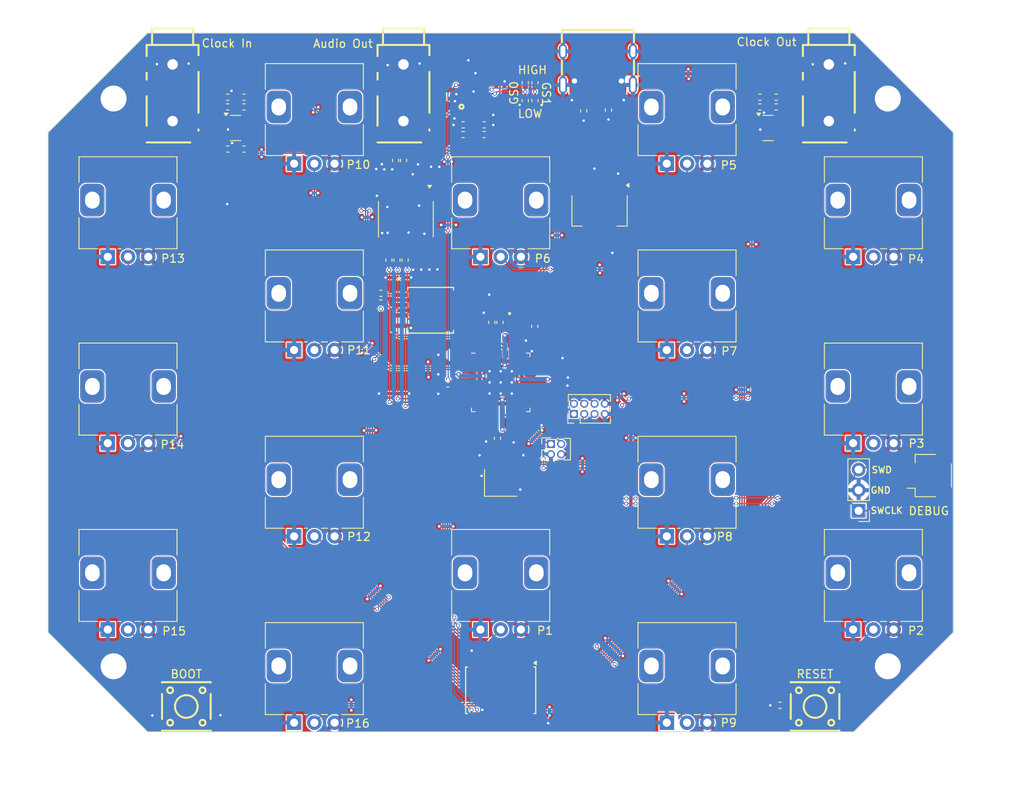
<source format=kicad_pcb>
(kicad_pcb (version 20240108) (generator "pcbnew") (generator_version "8.0")
  (layers (0 "F.Cu" signal) (31 "B.Cu" signal) (34 "B.Paste" user) (35 "F.Paste" user) (36 "B.SilkS" user "B.Silkscreen") (37 "F.SilkS" user "F.Silkscreen") (38 "B.Mask" user) (39 "F.Mask" user) (44 "Edge.Cuts" user))
  (net 0 "")
  (net 1 "/P1")
  (net 2 "+3V3")
  (net 3 "/P2")
  (net 4 "/P3")
  (net 5 "/P4")
  (net 6 "/P5")
  (net 7 "/P6")
  (net 8 "/P7")
  (net 9 "/P8")
  (net 10 "/P9")
  (net 11 "/P10")
  (net 12 "/P11")
  (net 13 "/P12")
  (net 14 "/P13")
  (net 15 "/P14")
  (net 16 "/P15")
  (net 17 "/P16")
  (net 18 "GND")
  (net 19 "/CRYSTAL_3")
  (net 20 "/CC2")
  (net 21 "/RESET")
  (net 24 "VBUS")
  (net 25 "/XIN")
  (net 26 "/USB_DP")
  (net 27 "+1V1")
  (net 28 "/VREG_AVDD")
  (net 29 "/USB_D-")
  (net 30 "/USB_D+")
  (net 31 "/SWCLK")
  (net 32 "/SWD")
  (net 33 "/VREG_LX")
  (net 34 "/XOUT")
  (net 35 "/USB_DM")
  (net 36 "/~{USB_BOOT}")
  (net 37 "/QSPI_SS")
  (net 38 "/CC1")
  (net 39 "/INLN")
  (net 40 "/RUN")
  (net 41 "/INRN")
  (net 42 "/HPVSS")
  (net 43 "/HPVDD")
  (net 44 "/LINE_L")
  (net 45 "/LINE_R")
  (net 46 "/INLP")
  (net 47 "/~{MUTE}")
  (net 48 "/HEADPHONE_L")
  (net 49 "/QSPI_SD3")
  (net 50 "/GAIN_SELECT1")
  (net 51 "/GAIN_SELECT0")
  (net 52 "/HEADPHONE_R")
  (net 53 "/INRP")
  (net 54 "/I2S_LRCK")
  (net 55 "/QSPI_SCLK")
  (net 56 "/I2S_BCK")
  (net 57 "/I2S_DATA")
  (net 59 "/QSPI_SD0")
  (net 60 "/QSPI_SD1")
  (net 62 "/S1")
  (net 63 "/QSPI_SD2")
  (net 65 "/S2")
  (net 66 "/COM")
  (net 75 "/S3")
  (net 76 "/S0")
  (net 77 "/CLOCK_OUT_HV")
  (net 78 "/CLOCK_IN_HV")
  (net 79 "/CLOCK_OUT_3V3")
  (net 80 "/CLOCK_IN_3V3")
  (net 81 "/LDOO")
  (net 82 "/~{CLOCK_IN_CONNECTED}")
  (net 83 "/CLOCK_IN_NPN_COLLECTOR")
  (net 86 "/CLOCK_OUT_NPN_COLLECTOR")
  (net 87 "/CLOCK_OUT_PNP_BASE")
  (net 89 "/LRCK")
  (net 90 "/BCK")
  (net 91 "/DIN")
  (net 92 "/OUTL")
  (net 93 "/OUTR")
  (net 96 "/VNEG")
  (net 97 "/CAPN_AMP")
  (net 98 "/CAPP_AMP")
  (net 99 "/CAPP_DAC")
  (net 100 "/CAPM_DAC")
  (net 101 "/GPIO24")
  (net 102 "/GPIO20")
  (net 103 "/GPIO23")
  (net 104 "/GPIO21")
  (net 105 "/GPIO22")
  (net 106 "/GPIO19")
  (net 107 "/GPIO16")
  (net 108 "/GPIO17")
  (net 109 "/CLOCK_IN_NPN_BASE")
  (net 110 "/CLOCK_RING_PULLDOWN")
  (footprint "RP2350_60QFN_minimal:C_0402_1005Metric_small_pads" (layer "F.Cu") (at 145.9 94.2)
    (property "Reference" "C2")
    (property "Value" "100n")
  )
  (footprint "Resistor_SMD:R_0402_1005Metric" (layer "F.Cu") (at 146.46 73.21)
    (property "Reference" "R10")
    (property "Value" "1k")
  )
  (footprint "RP2350_60QFN_minimal:C_0402_1005Metric_small_pads" (layer "F.Cu") (at 150.08 114)
    (property "Reference" "C4")
    (property "Value" "15p")
  )
  (footprint "Resistor_SMD:R_0402_1005Metric" (layer "F.Cu") (at 152.73 70.22 90)
    (property "Reference" "R17")
    (property "Value" "0")
  )
  (footprint "RP2350_60QFN_minimal:C_0402_1005Metric_small_pads" (layer "F.Cu") (at 133.12 79.8 90)
    (property "Reference" "C36")
    (property "Value" "10u")
  )
  (footprint "Resistor_SMD:R_0402_1005Metric" (layer "F.Cu") (at 143.86 73.21 180)
    (property "Reference" "R9")
    (property "Value" "1k")
  )
  (footprint "potentiometer:potentiometer" (layer "F.Cu") (at 102.5 82)
    (property "Reference" "RV5" (hide yes))
    (property "Value" "10k")
  )
  (footprint "RP2350_60QFN_minimal:C_0402_1005Metric_small_pads" (layer "F.Cu") (at 146.46 72.01 180)
    (property "Reference" "C21")
    (property "Value" "1u")
  )
  (footprint "PAM8908JER:QFN50P300X300X65-17N" (layer "F.Cu") (at 145.16 69.1 90)
    (property "Reference" "IC1")
    (property "Value" "PAM8908JER" (hide yes))
  )
  (footprint "RP2350_60QFN_minimal:C_0402_1005Metric_small_pads" (layer "F.Cu") (at 154.985 102)
    (property "Reference" "C17")
    (property "Value" "100n")
  )
  (footprint "easyeda2kicad:USB-C-SMD_TYPE-C16PIN" (layer "F.Cu") (at 160.5 66.5 180)
    (property "Reference" "USB1")
    (property "Value" "TYPE-C16PIN")
  )
  (footprint "Package_SO:TSSOP-20_4.4x6.5mm_P0.65mm" (layer "F.Cu") (at 136.795 84.8625 -90)
    (property "Reference" "U5")
    (property "Value" "PCM5100A")
  )
  (footprint "RP2350_60QFN_minimal:C_0402_1005Metric_small_pads" (layer "F.Cu") (at 149.3 111.88 -90)
    (property "Reference" "C10")
    (property "Value" "4.7u")
  )
  (footprint "Resistor_SMD:R_0402_1005Metric" (layer "F.Cu") (at 151.53 68.02 90)
    (property "Reference" "R14")
    (property "Value" "0")
  )
  (footprint "RP2350_60QFN_minimal:C_0402_1005Metric_small_pads" (layer "F.Cu") (at 158.9 78.6)
    (property "Reference" "C1")
    (property "Value" "10u")
  )
  (footprint "potentiometer:potentiometer" (layer "F.Cu") (at 148.5 128)
    (property "Reference" "RV1" (hide yes))
    (property "Value" "10k")
  )
  (footprint "RP2350_60QFN_minimal:C_0402_1005Metric_small_pads" (layer "F.Cu") (at 147.1 114 180)
    (property "Reference" "C3")
    (property "Value" "15p")
  )
  (footprint "potentiometer:potentiometer" (layer "F.Cu") (at 194.5 82)
    (property "Reference" "RV4" (hide yes))
    (property "Value" "10k")
  )
  (footprint "Connector_PinHeader_1.27mm:PinHeader_2x04_P1.27mm_Vertical" (layer "F.Cu") (at 157.54 108.9 90)
    (property "Reference" "H1")
    (property "Value" "Conn_02x04_Counter_Clockwise")
  )
  (footprint "easyeda2kicad:SW-SMD_4P-L6.0-W6.0-P4.50-LS9.2" (layer "F.Cu") (at 187.3 145)
    (property "Reference" "SW3")
    (property "Value" "TS-1095PS-A165B2-C3D2")
  )
  (footprint "potentiometer:potentiometer" (layer "F.Cu") (at 125.5 70.5)
    (property "Reference" "RV10" (hide yes))
    (property "Value" "10k")
  )
  (footprint "RP2350_60QFN_minimal:C_0402_1005Metric_small_pads" (layer "F.Cu") (at 148.46 68.41 180)
    (property "Reference" "C23")
    (property "Value" "1u")
  )
  (footprint "RP2350_60QFN_minimal:C_0402_1005Metric_small_pads" (layer "F.Cu") (at 143.81 65.75 -90)
    (property "Reference" "C25")
    (property "Value" "1u")
  )
  (footprint "RP2350_60QFN_minimal:C_0402_1005Metric_small_pads" (layer "F.Cu") (at 138.42 80.2 180)
    (property "Reference" "C29")
    (property "Value" "2.2u")
  )
  (footprint "RP2350_60QFN_minimal:C_0402_1005Metric_small_pads" (layer "F.Cu") (at 136.92 79.8 90)
    (property "Reference" "C28")
    (property "Value" "2.2u")
  )
  (footprint "Package_TO_SOT_SMD:SOT-223-3_TabPin2" (layer "F.Cu") (at 160.7 83.8 -90)
    (property "Reference" "U2")
    (property "Value" "NCP1117-3.3_SOT223")
  )
  (footprint "Resistor_SMD:R_0402_1005Metric" (layer "F.Cu") (at 180.5 69.8)
    (property "Reference" "R27")
    (property "Value" "1k")
  )
  (footprint "Resistor_SMD:R_0402_1005Metric" (layer "F.Cu") (at 148.4 97.6 -90)
    (property "Reference" "R8")
    (property "Value" "27")
  )
  (footprint "Crystal:Crystal_SMD_3225-4Pin_3.2x2.5mm" (layer "F.Cu") (at 148.5 117.4)
    (property "Reference" "Y1")
    (property "Value" "ABM8-272-T3")
  )
  (footprint "potentiometer:potentiometer" (layer "F.Cu") (at 171.5 93.5)
    (property "Reference" "RV15" (hide yes))
    (property "Value" "10k")
  )
  (footprint "potentiometer:potentiometer" (layer "F.Cu") (at 102.5 128)
    (property "Reference" "RV7" (hide yes))
    (property "Value" "10k")
  )
  (footprint "MountingHole:MountingHole_3.2mm_M3" (layer "F.Cu") (at 100.719 69.964)
    (property "Reference" "REF**" (hide yes))
    (property "Value" "MountingHole_3.2mm_M3")
  )
  (footprint "potentiometer:potentiometer" (layer "F.Cu") (at 171.5 70.5)
    (property "Reference" "RV13" (hide yes))
    (property "Value" "10k")
  )
  (footprint "RP2350_60QFN_minimal:C_0402_1005Metric_small_pads" (layer "F.Cu") (at 139.92 79.6 90)
    (property "Reference" "C33")
    (property "Value" "100n")
  )
  (footprint "easyeda2kicad:AUDIO-SMD_PJ-342" (layer "F.Cu") (at 189 70.3)
    (property "Reference" "CN2")
    (property "Value" "PJ-342")
  )
  (footprint "Resistor_SMD:R_0402_1005Metric" (layer "F.Cu") (at 133.7 95.2 180)
    (property "Reference" "R6")
    (property "Value" "1k")
  )
  (footprint "RP2350_60QFN_minimal:C_0402_1005Metric_small_pads" (layer "F.Cu") (at 134.52 77.6 -90)
    (property "Reference" "C31")
    (property "Value" "2.2n")
  )
  (footprint "potentiometer:potentiometer" (layer "F.Cu") (at 125.5 93.5)
    (property "Reference" "RV11" (hide yes))
    (property "Value" "10k")
  )
  (footprint "RP2350_60QFN_minimal:C_0402_1005Metric_small_pads" (layer "F.Cu") (at 137.52 77.6 -90)
    (property "Reference" "C30")
    (property "Value" "2.2n")
  )
  (footprint "easyeda2kicad:SW-SMD_4P-L6.0-W6.0-P4.50-LS9.2" (layer "F.Cu") (at 109.7 145)
    (property "Reference" "SW2")
    (property "Value" "TS-1095PS-A165B2-C3D2")
  )
  (footprint "RP2350_60QFN_minimal:C_0402_1005Metric_small_pads" (layer "F.Cu") (at 155.58 104.4)
    (property "Reference" "C11")
    (property "Value" "100n")
  )
  (footprint "Resistor_SMD:R_0402_1005Metric" (layer "F.Cu") (at 182.5 71)
    (property "Reference" "R33")
    (property "Value" "1k")
  )
  (footprint "Package_TO_SOT_SMD:SOT-23" (layer "F.Cu") (at 115.7625 73.6)
    (property "Reference" "Q1")
    (property "Value" "SS8050")
  )
  (footprint "Resistor_SMD:R_0402_1005Metric" (layer "F.Cu") (at 116.81 76.2)
    (property "Reference" "R37")
    (property "Value" "10k")
  )
  (footprint "Connector_JST:JST_SH_SM03B-SRSS-TB_1x03-1MP_P1.00mm_Horizontal" (layer "F.Cu") (at 201.44 116.5 90)
    (property "Reference" "J4")
    (property "Value" "SM03B-SRSS-TB")
  )
  (footprint "Resistor_SMD:R_0402_1005Metric" (layer "F.Cu") (at 114.81 76.2 180)
    (property "Reference" "R36")
    (property "Value" "1k")
  )
  (footprint "Resistor_SMD:R_0402_1005Metric" (layer "F.Cu") (at 146.46 74.41 180)
    (property "Reference" "R13")
    (property "Value" "1k")
  )
  (footprint "Resistor_SMD:R_0402_1005Metric" (layer "F.Cu") (at 152.73 68.02 90)
    (property "Reference" "R15")
    (property "Value" "0")
  )
  (footprint "RP2350_60QFN_minimal:C_0402_1005Metric_small_pads" (layer "F.Cu") (at 140.7 89.91 -90)
    (property "Reference" "C38")
    (property "Value" "10u")
  )
  (footprint "RP2350_60QFN_minimal:C_0402_1005Metric_small_pads" (layer "F.Cu") (at 150.5 100.4)
    (property "Reference" "C6")
    (property "Value" "4.7u")
  )
  (footprint "Connector_PinHeader_1.27mm:PinHeader_2x02_P1.27mm_Vertical" (layer "F.Cu") (at 154.7 112.6)
    (property "Reference" "H2")
    (property "Value" "Conn_02x02_Counter_Clockwise")
  )
  (footprint "Resistor_SMD:R_0402_1005Metric" (layer "F.Cu") (at 136.7 89.91 -90)
    (property "Reference" "R19")
    (property "Value" "56R")
  )
  (footprint "RP2350_60QFN_minimal:C_0402_1005Metric_small_pads" (layer "F.Cu") (at 142.02 104 180)
    (property "Reference" "C8")
    (property "Value" "100n")
  )
  (footprint "MountingHole:MountingHole_3.2mm_M3" (layer "F.Cu") (at 100.719 140.036)
    (property "Reference" "REF**" (hide yes))
    (property "Value" "MountingHole_3.2mm_M3")
  )
  (footprint "MountingHole:MountingHole_3.2mm_M3" (layer "F.Cu") (at 196.281 140.036)
    (property "Reference" "REF**" (hide yes))
    (property "Value" "MountingHole_3.2mm_M3")
  )
  (footprint "RP2350_60QFN_minimal:C_0402_1005Metric_small_pads" (layer "F.Cu") (at 146.7 111.08 -90)
    (property "Reference" "C18")
    (property "Value" "100n")
  )
  (footprint "RP2350_60QFN_minimal:C_0402_1005Metric_small_pads" (layer "F.Cu") (at 161.1 89)
    (property "Reference" "C5")
    (property "Value" "10u")
  )
  (footprint "RP2350_60QFN_minimal:C_0402_1005Metric_small_pads" (layer "F.Cu") (at 137.7 89.91 -90)
    (property "Reference" "C26")
    (property "Value" "10u")
  )
  (footprint "RP2350_60QFN_minimal:C_0402_1005Metric_small_pads" (layer "F.Cu") (at 135.12 79.8 90)
    (property "Reference" "C34")
    (property "Value" "100n")
  )
  (footprint "Resistor_SMD:R_0402_1005Metric" (layer "F.Cu") (at 143.86 74.41)
    (property "Reference" "R12")
    (property "Value" "1k")
  )
  (footprint "RP2350_60QFN_minimal:C_0402_1005Metric_small_pads" (layer "F.Cu") (at 150.5 99.45)
    (property "Reference" "C7")
    (property "Value" "4.7u")
  )
  (footprint "potentiometer:potentiometer" (layer "F.Cu") (at 194.5 128)
    (property "Reference" "RV2" (hide yes))
    (property "Value" "10k")
  )
  (footprint "RP2350_60QFN_minimal:L_pol_2016" (layer "F.Cu") (at 150.5 97.8)
    (property "Reference" "L1")
    (property "Value" "3.3u")
  )
  (footprint "Resistor_SMD:R_0402_1005Metric" (layer "F.Cu") (at 114.81 71)
    (property "Reference" "R24")
    (property "Value" "1k")
  )
  (footprint "potentiometer:potentiometer" (layer "F.Cu") (at 125.5 139.5)
    (property "Reference" "RV8" (hide yes))
    (property "Value" "10k")
  )
  (footprint "Package_TO_SOT_SMD:SOT-23" (layer "F.Cu") (at 181.5 73.6)
    (property "Reference" "Q3")
    (property "Value" "SS8050")
  )
  (footprint "RP2350_60QFN_minimal:C_0402_1005Metric_small_pads" (layer "F.Cu") (at 138.7 89.91 -90)
    (property "Reference" "C27")
    (property "Value" "100n")
  )
  (footprint "potentiometer:potentiometer" (layer "F.Cu") (at 102.5 105)
    (property "Reference" "RV6" (hide yes))
    (property "Value" "10k")
  )
  (footprint "RP2350_60QFN_minimal:C_0402_1005Metric_small_pads" (layer "F.Cu") (at 153.04 109.66)
    (property "Reference" "C16")
    (property "Value" "100n")
  )
  (footprint "RP2350_60QFN_minimal:C_0402_1005Metric_small_pads" (layer "F.Cu") (at 113.5 83)
    (property "Reference" "C19")
    (property "Value" "10u")
  )
  (footprint "Package_SO:SSOP-24_5.3x8.2mm_P0.65mm" (layer "F.Cu") (at 148.5 143 -90)
    (property "Reference" "U4")
    (property "Value" "CD74HC4067SM")
  )
  (footprint "RP2350_60QFN_minimal:C_0402_1005Metric_small_pads" (layer "F.Cu") (at 139.7 89.91 -90)
    (property "Reference" "C32")
    (property "Value" "100n")
  )
  (footprint "Resistor_SMD:R_0402_1005Metric" (layer "F.Cu") (at 182.99 144.85 180)
    (property "Reference" "R4")
    (property "Value" "1k")
  )
  (footprint "RP2350_60QFN_minimal:C_0402_1005Metric_small_pads" (layer "F.Cu") (at 142.015 106.4 180)
    (property "Reference" "C15")
    (property "Value" "100n")
  )
  (footprint "Resistor_SMD:R_0402_1005Metric" (layer "F.Cu") (at 134.7 89.91 -90)
    (property "Reference" "R20")
    (property "Value" "56R")
  )
  (footprint "Resistor_SMD:R_0402_1005Metric" (layer "F.Cu") (at 136.52 77.6 90)
    (property "Reference" "R22")
    (property "Value" "470R")
  )
  (footprint "Resistor_SMD:R_0402_1005Metric" (layer "F.Cu") (at 161.8 71.39 -90)
    (property "Reference" "R11")
    (property "Value" "5.1k")
  )
  (footprint "RP2350_60QFN_minimal:C_0402_1005Metric_small_pads" (layer "F.Cu") (at 134.12 79.8 90)
    (property "Reference" "C35")
    (property "Value" "1u")
  )
  (footprint "potentiometer:potentiometer" (layer "F.Cu") (at 171.5 116.5)
    (property "Reference" "RV16" (hide yes))
    (property "Value" "10k")
  )
  (footprint "Connector_PinHeader_2.54mm:PinHeader_1x03_P2.54mm_Vertical" (layer "F.Cu") (at 192.68 120.84 180)
    (property "Reference" "J2")
    (property "Value" "Conn_01x03")
  )
  (footprint "RP2350_60QFN_minimal:C_0402_1005Metric_small_pads" (layer "F.Cu") (at 145.41 66.15 180)
    (property "Reference" "C22")
    (property "Value" "1u")
  )
  (footprint "potentiometer:potentiometer" (layer "F.Cu") (at 148.5 82)
    (property "Reference" "RV14" (hide yes))
    (property "Value" "10k")
  )
  (footprint "Resistor_SMD:R_0402_1005Metric" (layer "F.Cu") (at 116.81 71)
    (property "Reference" "R25")
    (property "Value" "1k")
  )
  (footprint "MountingHole:MountingHole_3.2mm_M3" (layer "F.Cu") (at 196.281 69.964)
    (property "Reference" "REF**" (hide yes))
    (property "Value" "MountingHole_3.2mm_M3")
  )
  (footprint "SOIC_208MIL_WIN:SOIC_208MIL_WIN" (layer "F.Cu") (at 139.8551 96.095)
    (property "Reference" "U3")
    (property "Value" "W25Q128JVS")
  )
  (footprint "Resistor_SMD:R_0402_1005Metric" (layer "F.Cu") (at 158.75 71.49 -90)
    (property "Reference" "R3")
    (property "Value" "5.1k")
  )
  (footprint "RP2350_60QFN_minimal:C_0402_1005Metric_small_pads" (layer "F.Cu") (at 142.015 101.6 180)
    (property "Reference" "C13")
    (property "Value" "100n")
  )
  (footprint "RP2350_60QFN_minimal:C_0402_1005Metric_small_pads" (layer "F.Cu") (at 146.4 97.6 90)
    (property "Reference" "C12")
    (property "Value" "100n")
  )
  (footprint "Resistor_SMD:R_0402_1005Metric" (layer "F.Cu") (at 180.5 71)
    (property "Reference" "R28")
    (property "Value" "10k")
  )
  (footprint "RP2350_60QFN_minimal:RP2350-QFN-60-1EP_7x7_P0.4mm_EP3.4x3.4mm_ThermalVias" (layer "F.Cu") (at 148.5 105)
    (property "Reference" "U1")
    (property "Value" "RP2350_60QFN")
  )
  (footprint "Resistor_SMD:R_0402_1005Metric" (layer "F.Cu") (at 182.5 69.8)
    (property "Reference" "R32")
    (property "Value" "10k")
  )
  (footprint "RP2350_60QFN_minimal:C_0402_1005Metric_small_pads" (layer "F.Cu") (at 142.21 69.47 90)
    (property "Reference" "C24")
    (property "Value" "2.2u")
  )
  (footprint "Resistor_SMD:R_0402_1005Metric" (layer "F.Cu") (at 148.1 111.9 -90)
    (property "Reference" "R2")
    (property "Value" "1k")
  )
  (footprint "Resistor_SMD:R_0402_1005Metric" (layer "F.Cu") (at 116.81 69.8)
    (property "Reference" "R30")
    (property "Value" "10k")
  )
  (footprint "Resistor_SMD:R_0402_1005Metric" (layer "F.Cu") (at 151.53 70.22 90)
    (property "Reference" "R16")
    (property "Value" "0")
  )
  (footprint "potentiometer:potentiometer" (layer "F.Cu") (at 125.5 116.5)
    (property "Reference" "RV12" (hide yes))
    (property "Value" "10k")
  )
  (footprint "Resistor_SMD:R_0402_1005Metric" (layer "F.Cu") (at 147.4 97.6 -90)
    (property "Reference" "R7")
    (property "Value" "27")
  )
  (footprint "Resistor_SMD:R_0402_1005Metric" (layer "F.Cu") (at 135.52 77.6 90)
    (property "Reference" "R23")
    (property "Value" "470R")
  )
  (footprint "RP2350_60QFN_minimal:C_0402_1005Metric_small_pads" (layer "F.Cu") (at 152.7 99.95 -90)
    (property "Reference" "C9")
    (property "Value" "4.7u")
  )
  (footprint "Resistor_SMD:R_0402_1005Metric" (layer "F.Cu") (at 152.7 98.1 -90)
    (property "Reference" "R5")
    (property "Value" "33")
  )
  (footprint "potentiometer:potentiometer" (layer "F.Cu") (at 194.5 105)
    (property "Reference" "RV3" (hide yes))
    (property "Value" "10k")
  )
  (footprint "Resistor_SMD:R_0402_1005Metric" (layer "F.Cu") (at 135.7 89.91 -90)
    (property "Reference" "R21")
    (property "Value" "56R")
  )
  (footprint "potentiometer:potentiometer" (layer "F.Cu") (at 171.5 139.5)
    (property "Reference" "RV9" (hide yes))
    (property "Value" "10k")
  )
  (footprint "RP2350_60QFN_minimal:C_0402_1005Metric_small_pads" (layer "F.Cu") (at 155.585 105.4)
    (property "Reference" "C14")
    (property "Value" "100n")
  )
  (footprint "Resistor_SMD:R_0402_1005Metric" (layer "F.Cu") (at 141.99 105.2 180)
    (property "Reference" "R18")
    (property "Value" "10k")
  )
  (footprint "Resistor_SMD:R_0402_1005Metric" (layer "F.Cu") (at 114.81 69.8)
    (property "Reference" "R26")
    (property "Value" "10k")
  )
  (footprint "RP2350_60QFN_minimal:C_0402_1005Metric_small_pads" (layer "F.Cu") (at 140.92 79.6 90)
    (property "Reference" "C37")
    (property "Value" "10u")
  )
  (footprint "easyeda2kicad:AUDIO-SMD_PJ-342" (layer "F.Cu") (at 108 70.3)
    (property "Reference" "CN1")
    (property "Value" "PJ-342")
  )
  (footprint "easyeda2kicad:AUDIO-SMD_PJ-342" (layer "F.Cu") (at 136.5 70.3)
    (property "Reference" "CN3")
    (property "Value" "PJ-342")
  )
  (footprint "RP2350_60QFN_minimal:C_0402_1005Metric_small_pads" (layer "F.Cu") (at 143.86 72.01)
    (property "Reference" "C20")
    (property "Value" "1u")
  )
  (footprint "Resistor_SMD:R_0402_1005Metric" (layer "F.Cu") (at 133.7 94)
    (property "Reference" "R1")
    (property "Value" "10k")
  )
  (footprint "RP2350_60QFN_minimal:C_0402_1005Metric_small_pads" (layer "F.Cu") (at 153.7 146.6 -90)
    (property "Reference" "C39")
    (property "Value" "100n")
  )
  (gr_line (start 192.087 148.12) (end 104.913 148.12) (stroke (width 0.1)) (layer "Edge.Cuts"))
  (gr_line (start 92.635 135.842) (end 92.635 74.158) (stroke (width 0.1)) (layer "Edge.Cuts"))
  (gr_line (start 204.365 74.158) (end 204.365 135.842) (stroke (width 0.1)) (layer "Edge.Cuts"))
  (gr_line (start 104.913 61.88) (end 192.087 61.88) (stroke (width 0.1)) (layer "Edge.Cuts"))
  (gr_line (start 104.913 148.12) (end 92.635 135.842) (stroke (width 0.1)) (layer "Edge.Cuts"))
  (gr_line (start 204.365 135.842) (end 192.087 148.12) (stroke (width 0.1)) (layer "Edge.Cuts"))
  (gr_line (start 192.087 61.88) (end 204.365 74.158) (stroke (width 0.1)) (layer "Edge.Cuts"))
  (gr_line (start 92.635 74.158) (end 104.913 61.88) (stroke (width 0.1)) (layer "Edge.Cuts"))
  (gr_text "HIGH" (at 150.53 67.02 0) (layer "F.SilkS") (effects (font (size 1 1)) (justify left bottom)))
  (gr_text "Clock In" (at 111.51 63.73 0) (layer "F.SilkS") (effects (font (size 1 1)) (justify left bottom)))
  (gr_text "Audio Out\n" (at 125.27 63.77 0) (layer "F.SilkS") (effects (font (size 1 1)) (justify left bottom)))
  (gr_text "LOW" (at 150.53 72.42 0) (layer "F.SilkS") (effects (font (size 1 1)) (justify left bottom)))
  (gr_text "Clock Out\n" (at 177.53 63.56 0) (layer "F.SilkS") (effects (font (size 1 1)) (justify left bottom)))
  (gr_text "GS0" (at 150.73 70.82 90) (layer "F.SilkS") (effects (font (size 1 1)) (justify left bottom)))
  (gr_text "GS1" (at 153.53 67.82 -90) (layer "F.SilkS") (effects (font (size 1 1)) (justify left bottom)))
  (gr_text "GND\n" (at 194.08 118.78 0) (layer "F.SilkS") (effects (font (size 0.8 0.8)) (justify left bottom)))
  (gr_text "SWCLK" (at 194.08 121.28 0) (layer "F.SilkS") (effects (font (size 0.8 0.8)) (justify left bottom)))
  (gr_text "SWD" (at 194.2 116.27 0) (layer "F.SilkS") (effects (font (size 0.8 0.8)) (justify left bottom)))
  (segment (start 146.875 139.4) (end 146.875 137.125) (width 0.15) (layer "F.Cu") (net 1))
  (segment (start 146.875 137.125) (end 148.5 135.5) (width 0.15) (layer "F.Cu") (net 1))
  (segment (start 147.3 108.4375) (end 147.3 109.6) (width 0.2) (layer "F.Cu") (net 2))
  (segment (start 153.7 105) (end 154.1 105.4) (width 0.2) (layer "F.Cu") (net 2))
  (segment (start 148.5 102.3) (end 148.5 101.5625) (width 0.2) (layer "F.Cu") (net 2))
  (segment (start 145.5 102.2) (end 145.58 102.28) (width 0.15) (layer "F.Cu") (net 2))
  (segment (start 145.9 106.2) (end 142.7 106.2) (width 0.2) (layer "F.Cu") (net 2))
  (segment (start 153.1 102.6) (end 153.525 102.175) (width 0.15) (layer "F.Cu") (net 2))
  (segment (start 151.9375 102.6) (end 153.1 102.6) (width 0.15) (layer "F.Cu") (net 2))
  (segment (start 151.25 107.953554) (end 151.25 107.925736) (width 0.2) (layer "F.Cu") (net 2))
  (segment (start 152.525 108.825) (end 152.525 109.66) (width 0.2) (layer "F.Cu") (net 2))
  (segment (start 148.1 102.3) (end 148.5 102.3) (width 0.2) (layer "F.Cu") (net 2))
  (segment (start 153.7 146.12) (end 154.52 146.12) (width 0.4) (layer "F.Cu") (net 2))
  (segment (start 153.525 102.175) (end 153.7 102) (width 0.15) (layer "F.Cu") (net 2))
  (segment (start 154.1 105.4) (end 155.1 105.4) (width 0.2) (layer "F.Cu") (net 2))
  (segment (start 151.9375 102.2) (end 153.5 102.2) (width 0.2) (layer "F.Cu") (net 2))
  (segment (start 139.72 87.725) (end 139.72 89.41) (width 0.4) (layer "F.Cu") (net 2))
  (segment (start 151.9375 105) (end 153.7 105) (width 0.2) (layer "F.Cu") (net 2))
  (segment (start 142.7 106.2) (end 142.5 106.4) (width 0.2) (layer "F.Cu") (net 2))
  (segment (start 153.7 102) (end 154.5 102) (width 0.15) (layer "F.Cu") (net 2))
  (segment (start 142.21 68.99) (end 142.35 68.85) (width 0.4) (layer "F.Cu") (net 2))
  (segment (start 154.505 101.605) (end 154.5 101.6) (width 0.15) (layer "F.Cu") (net 2))
  (segment (start 152.555 146.12) (end 152.075 146.6) (width 0.4) (layer "F.Cu") (net 2))
  (segment (start 151.9375 105) (end 151.1 105) (width 0.2) (layer "F.Cu") (net 2))
  (segment (start 135.17 82) (end 135.17 80.33) (width 0.4) (layer "F.Cu") (net 2))
  (segment (start 153.7 146.12) (end 152.555 146.12) (width 0.4) (layer "F.Cu") (net 2))
  (segment (start 154.52 146.12) (end 154.53 146.11) (width 0.4) (layer "F.Cu") (net 2))
  (segment (start 139.72 80.28) (end 139.92 80.08) (width 0.4) (layer "F.Cu") (net 2))
  (segment (start 148.1 101.5625) (end 148.1 100.7) (width 0.15) (layer "F.Cu") (net 2))
  (segment (start 151.25 107.925736) (end 150.924264 107.6) (width 0.2) (layer "F.Cu") (net 2))
  (segment (start 144.93 102.0675) (end 144.93 101.85) (width 0.15) (layer "F.Cu") (net 2))
  (segment (start 139.72 82) (end 139.72 80.28) (width 0.4) (layer "F.Cu") (net 2))
  (segment (start 151.3 108.4375) (end 152.1375 108.4375) (width 0.2) (layer "F.Cu") (net 2))
  (segment (start 151.3 108.003554) (end 151.25 107.953554) (width 0.2) (layer "F.Cu") (net 2))
  (segment (start 145.0625 102.2) (end 144.93 102.0675) (width 0.15) (layer "F.Cu") (net 2))
  (segment (start 146.7 110.2) (end 146.7 110.6) (width 0.2) (layer "F.Cu") (net 2))
  (segment (start 148.1 100.7) (end 146.4 99) (width 0.15) (layer "F.Cu") (net 2))
  (segment (start 154.505 102) (end 154.505 101.605) (width 0.15) (layer "F.Cu") (net 2))
  (segment (start 147.3 108.4375) (end 147.3 107.6) (width 0.2) (layer "F.Cu") (net 2))
  (segment (start 153.5 102.2) (end 153.525 102.175) (width 0.2) (layer "F.Cu") (net 2))
  (segment (start 139.72 89.41) (end 139.7 89.43) (width 0.4) (layer "F.Cu") (net 2))
  (segment (start 151.9375 102.2) (end 151.8375 102.3) (width 0.2) (layer "F.Cu") (net 2))
  (segment (start 151.18 102.6) (end 151.17 102.59) (width 0.15) (layer "F.Cu") (net 2))
  (segment (start 148.5 101.1) (end 148.1 100.7) (width 0.15) (layer "F.Cu") (net 2))
  (segment (start 135.17 80.33) (end 135.12 80.28) (width 0.4) (layer "F.Cu") (net 2))
  (segment (start 146.4 99) (end 146.4 98.08) (width 0.15) (layer "F.Cu") (net 2))
  (segment (start 147.3 109.6) (end 146.7 110.2) (width 0.2) (layer "F.Cu") (net 2))
  (segment (start 152.1375 108.4375) (end 152.525 108.825) (width 0.2) (layer "F.Cu") (net 2))
  (segment (start 151.3 108.4375) (end 151.3 108.003554) (width 0.2) (layer "F.Cu") (net 2))
  (segment (start 145.0625 102.2) (end 145.5 102.2) (width 0.15) (layer "F.Cu") (net 2))
  (segment (start 148.1 101.5625) (end 148.1 102.3) (width 0.2) (layer "F.Cu") (net 2))
  (segment (start 151.9375 102.6) (end 151.18 102.6) (width 0.15) (layer "F.Cu") (net 2))
  (segment (start 145.58 102.28) (end 145.69 102.28) (width 0.15) (layer "F.Cu") (net 2))
  (segment (start 151.8375 102.3) (end 151.11 102.3) (width 0.2) (layer "F.Cu") (net 2))
  (segment (start 142.35 68.85) (end 143.71 68.85) (width 0.4) (layer "F.Cu") (net 2))
  (segment (start 148.5 101.5625) (end 148.5 101.1) (width 0.15) (layer "F.Cu") (net 2))
  (via (at 131.379518 101.340482) (size 0.5) (drill 0.3) (layers "F.Cu" "B.Cu") (net 2))
  (via (at 142.643 122.77) (size 0.5) (drill 0.3) (layers "F.Cu" "B.Cu") (net 2))
  (via (at 118.99 76.258) (size 0.5) (drill 0.3) (layers "F.Cu" "B.Cu") (net 2))
  (via (at 125.048 81.62) (size 0.5) (drill 0.3) (layers "F.Cu" "B.Cu") (net 2))
  (via (at 158.58 116.022) (size 0.5) (drill 0.3) (layers "F.Cu" "B.Cu") (net 2))
  (via (at 125.984613 71.025387) (size 0.5) (drill 0.3) (layers "F.Cu" "B.Cu") (net 2))
  (via (at 131.621 110.94) (size 0.5) (drill 0.3) (layers "F.Cu" "B.Cu") (net 2))
  (via (at 118.99 77.162) (size 0.5) (drill 0.3) (layers "F.Cu" "B.Cu") (net 2))
  (via (at 160.75 91.492) (size 0.5) (drill 0.3) (layers "F.Cu" "B.Cu") (net 2))
  (via (at 165.147 111.84) (size 0.5) (drill 0.3) (layers "F.Cu" "B.Cu") (net 2))
  (via (at 132.028649 131.731351) (size 0.5) (drill 0.3) (layers "F.Cu" "B.Cu") (net 2))
  (via (at 141.14 85.57) (size 0.5) (drill 0.3) (layers "F.Cu" "B.Cu") (net 2))
  (via (at 130.06 145.47) (size 0.5) (drill 0.3) (layers "F.Cu" "B.Cu") (net 2))
  (via (at 132.648 84.6) (size 0.5) (drill 0.3) (layers "F.Cu" "B.Cu") (net 2))
  (via (at 163.708001 106.391999) (size 0.5) (drill 0.3) (layers "F.Cu" "B.Cu") (net 2))
  (via (at 171.14 106.38) (size 0.5) (drill 0.3) (layers "F.Cu" "B.Cu") (net 2))
  (via (at 132.65574 100.163039) (size 0.5) (drill 0.3) (layers "F.Cu" "B.Cu") (net 2))
  (via (at 171.71 67.527) (size 0.5) (drill 0.3) (layers "F.Cu" "B.Cu") (net 2))
  (via (at 125.345387 71.664613) (size 0.5) (drill 0.3) (layers "F.Cu" "B.Cu") (net 2))
  (via (at 169.209518 129.499518) (size 0.5) (drill 0.3) (layers "F.Cu" "B.Cu") (net 2))
  (via (at 177.558 105.9) (size 0.5) (drill 0.3) (layers "F.Cu" "B.Cu") (net 2))
  (via (at 160.72 90.49) (size 0.5) (drill 0.3) (layers "F.Cu" "B.Cu") (net 2))
  (via (at 161.401873 136.561873) (size 0.5) (drill 0.3) (layers "F.Cu" "B.Cu") (net 2))
  (via (at 133.12 110.9) (size 0.5) (drill 0.3) (layers "F.Cu" "B.Cu") (net 2))
  (via (at 139.59 104.35) (size 0.5) (drill 0.3) (layers "F.Cu" "B.Cu") (net 2))
  (via (at 130.06 144.16) (size 0.5) (drill 0.3) (layers "F.Cu" "B.Cu") (net 2))
  (via (at 131.368 84.63) (size 0.5) (drill 0.3) (layers "F.Cu" "B.Cu") (net 2))
  (via (at 151.956309 112.562273) (size 0.5) (drill 0.3) (layers "F.Cu" "B.Cu") (net 2))
  (via (at 170.828089 131.118089) (size 0.5) (drill 0.3) (layers "F.Cu" "B.Cu") (net 2))
  (via (at 171.14 107.352) (size 0.5) (drill 0.3) (layers "F.Cu" "B.Cu") (net 2))
  (via (at 154.53 146.11) (size 0.5) (drill 0.3) (layers "F.Cu" "B.Cu") (net 2))
  (via (at 125.952 81.62) (size 0.5) (drill 0.3) (layers "F.Cu" "B.Cu") (net 2))
  (via (at 141.061351 137.918649) (size 0.5) (drill 0.3) (layers "F.Cu" "B.Cu") (net 2))
  (via (at 139.54 102.46) (size 0.5) (drill 0.3) (layers "F.Cu" "B.Cu") (net 2))
  (via (at 142.98 85.56) (size 0.5) (drill 0.3) (layers "F.Cu" "B.Cu") (net 2))
  (via (at 109.034613 111.635387) (size 0.5) (drill 0.3) (layers "F.Cu" "B.Cu") (net 2))
  (via (at 163.993 111.84) (size 0.5) (drill 0.3) (layers "F.Cu" "B.Cu") (net 2))
  (via (at 158.58 114.38) (size 0.5) (drill 0.3) (layers "F.Cu" "B.Cu") (net 2))
  (via (at 141.538 77.763864) (size 0.5) (drill 0.3) (layers "F.Cu" "B.Cu") (net 2))
  (via (at 180.03 87.95) (size 0.5) (drill 0.3) (layers "F.Cu" "B.Cu") (net 2))
  (via (at 162.891999 107.208001) (size 0.5) (drill 0.3) (layers "F.Cu" "B.Cu") (net 2))
  (via (at 140.908 122.77) (size 0.5) (drill 0.3) (layers "F.Cu" "B.Cu") (net 2))
  (via (at 154.881 86.84) (size 0.5) (drill 0.3) (layers "F.Cu" "B.Cu") (net 2))
  (via (at 154.53 145.071) (size 0.5) (drill 0.3) (layers "F.Cu" "B.Cu") (net 2))
  (via (at 133.654613 130.115387) (size 0.5) (drill 0.3) (layers "F.Cu" "B.Cu") (net 2))
  (via (at 171.66 66.333) (size 0.5) (drill 0.3) (layers "F.Cu" "B.Cu") (net 2))
  (via (at 179.048 105.9) (size 0.5) (drill 0.3) (layers "F.Cu" "B.Cu") (net 2))
  (via (at 142.442 77.763864) (size 0.5) (drill 0.3) (layers "F.Cu" "B.Cu") (net 2))
  (via (at 139.618649 139.321351) (size 0.5) (drill 0.3) (layers "F.Cu" "B.Cu") (net 2))
  (via (at 153.603904 110.914678) (size 0.5) (drill 0.3) (layers "F.Cu" "B.Cu") (net 2))
  (via (at 108.02 112.65) (size 0.5) (drill 0.3) (layers "F.Cu" "B.Cu") (net 2))
  (via (at 179.048 87.93) (size 0.5) (drill 0.3) (layers "F.Cu" "B.Cu") (net 2))
  (via (at 163.588958 138.748958) (size 0.5) (drill 0.3) (layers "F.Cu" "B.Cu") (net 2))
  (via (at 156.062 86.84) (size 0.5) (drill 0.3) (layers "F.Cu" "B.Cu") (net 2))
  (segment (start 142.97 85.57) (end 141.14 85.57) (width 0.4) (layer "B.Cu") (net 2))
  (segment (start 142.442 77.763864) (end 141.538 77.763864) (width 0.4) (layer "B.Cu") (net 2))
  (segment (start 171.66 66.333) (end 171.66 67.477) (width 0.4) (layer "B.Cu") (net 2))
  (segment (start 118.99 77.162) (end 118.99 76.258) (width 0.4) (layer "B.Cu") (net 2))
  (segment (start 132.618 84.63) (end 132.648 84.6) (width 0.4) (layer "B.Cu") (net 2))
  (segment (start 165.147 111.84) (end 163.993 111.84) (width 0.4) (layer "B.Cu") (net 2))
  (segment (start 139.54 102.46) (end 139.54 104.3) (width 0.4) (layer "B.Cu") (net 2))
  (segment (start 179.048 105.9) (end 177.558 105.9) (width 0.4) (layer "B.Cu") (net 2))
  (segment (start 169.209518 129.499518) (end 170.828089 131.118089) (width 0.4) (layer "B.Cu") (net 2))
  (segment (start 133.644613 130.115387) (end 132.028649 131.731351) (width 0.4) (layer "B.Cu") (net 2))
  (segment (start 160.72 90.49) (end 160.72 91.462) (width 0.4) (layer "B.Cu") (net 2))
  (segment (start 180.03 87.95) (end 179.068 87.95) (width 0.4) (layer "B.Cu") (net 2))
  (segment (start 132.65574 100.163039) (end 132.556961 100.163039) (width 0.4) (layer "B.Cu") (net 2))
  (segment (start 125.345387 71.664613) (end 125.984613 71.025387) (width 0.4) (layer "B.Cu") (net 2))
  (segment (start 131.621 110.94) (end 133.08 110.94) (width 0.4) (layer "B.Cu") (net 2))
  (segment (start 133.08 110.94) (end 133.12 110.9) (width 0.4) (layer "B.Cu") (net 2))
  (segment (start 142.98 85.56) (end 142.97 85.57) (width 0.4) (layer "B.Cu") (net 2))
  (segment (start 171.14 106.38) (end 171.14 107.352) (width 0.4) (layer "B.Cu") (net 2))
  (segment (start 139.54 104.3) (end 139.59 104.35) (width 0.4) (layer "B.Cu") (net 2))
  (segment (start 139.658649 139.321351) (end 139.618649 139.321351) (width 0.4) (layer "B.Cu") (net 2))
  (segment (start 158.58 116.022) (end 158.58 114.38) (width 0.4) (layer "B.Cu") (net 2))
  (segment (start 108.02 112.65) (end 109.034613 111.635387) (width 0.4) (layer "B.Cu") (net 2))
  (segment (start 171.66 67.477) (end 171.71 67.527) (width 0.4) (layer "B.Cu") (net 2))
  (segment (start 163.708001 106.391999) (end 162.891999 107.208001) (width 0.4) (layer "B.Cu") (net 2))
  (segment (start 130.06 145.47) (end 130.06 144.16) (width 0.4) (layer "B.Cu") (net 2))
  (segment (start 154.53 145.071) (end 154.53 146.11) (width 0.4) (layer "B.Cu") (net 2))
  (segment (start 131.368 84.63) (end 132.618 84.63) (width 0.4) (layer "B.Cu") (net 2))
  (segment (start 154.881 86.84) (end 156.062 86.84) (width 0.4) (layer "B.Cu") (net 2))
  (segment (start 133.654613 130.115387) (end 133.644613 130.115387) (width 0.4) (layer "B.Cu") (net 2))
  (segment (start 179.068 87.95) (end 179.048 87.93) (width 0.4) (layer "B.Cu") (net 2))
  (segment (start 160.72 91.462) (end 160.75 91.492) (width 0.4) (layer "B.Cu") (net 2))
  (segment (start 132.556961 100.163039) (end 131.379518 101.340482) (width 0.4) (layer "B.Cu") (net 2))
  (segment (start 163.588958 138.748958) (end 161.401873 136.561873) (width 0.4) (layer "B.Cu") (net 2))
  (segment (start 142.643 122.77) (end 140.908 122.77) (width 0.4) (layer "B.Cu") (net 2))
  (segment (start 125.952 81.62) (end 125.048 81.62) (width 0.4) (layer "B.Cu") (net 2))
  (segment (start 141.061351 137.918649) (end 139.658649 139.321351) (width 0.4) (layer "B.Cu") (net 2))
  (segment (start 151.956309 112.562273) (end 153.603904 110.914678) (width 0.4) (layer "B.Cu") (net 2))
  (segment (start 147.525 139.4) (end 147.525 140.425) (width 0.15) (layer "F.Cu") (net 3))
  (segment (start 159.41869 142.28) (end 164.35869 137.34) (width 0.15) (layer "F.Cu") (net 3))
  (segment (start 192.66 137.34) (end 194.5 135.5) (width 0.15) (layer "F.Cu") (net 3))
  (segment (start 149.38 142.28) (end 159.41869 142.28) (width 0.15) (layer "F.Cu") (net 3))
  (segment (start 147.525 140.425) (end 149.38 142.28) (width 0.15) (layer "F.Cu") (net 3))
  (segment (start 164.35869 137.34) (end 192.66 137.34) (width 0.15) (layer "F.Cu") (net 3))
  (segment (start 190.556952 110.75) (end 159.428952 141.878) (width 0.15) (layer "F.Cu") (net 4))
  (segment (start 193.08 110.75) (end 190.556952 110.75) (width 0.15) (layer "F.Cu") (net 4))
  (segment (start 148.175 140.425) (end 148.175 139.4) (width 0.15) (layer "F.Cu") (net 4))
  (segment (start 149.628 141.878) (end 148.175 140.425) (width 0.15) (layer "F.Cu") (net 4))
  (segment (start 159.428952 141.878) (end 149.628 141.878) (width 0.15) (layer "F.Cu") (net 4))
  (segment (start 194.5 112.17) (end 193.08 110.75) (width 0.15) (layer "F.Cu") (net 4))
  (segment (start 194.5 112.5) (end 194.5 112.17) (width 0.15) (layer "F.Cu") (net 4))
  (segment (start 150.001 141.601) (end 159.314214 141.601) (width 0.15) (layer "F.Cu") (net 5))
  (segment (start 194.5 106.415214) (end 194.5 89.5) (width 0.15) (layer "F.Cu") (net 5))
  (segment (start 159.314214 141.601) (end 194.5 106.415214) (width 0.15) (layer "F.Cu") (net 5))
  (segment (start 148.825 139.4) (end 148.825 140.425) (width 0.15) (layer "F.Cu") (net 5))
  (segment (start 148.825 140.425) (end 150.001 141.601) (width 0.15) (layer "F.Cu") (net 5))
  (segment (start 159.199476 141.324) (end 178.564 121.959476) (width 0.15) (layer "F.Cu") (net 6))
  (segment (start 178.564 121.959476) (end 178.564 101.432262) (width 0.15) (layer "F.Cu") (net 6))
  (segment (start 149.475 139.4) (end 149.475 140.425) (width 0.15) (layer "F.Cu") (net 6))
  (segment (start 171.5 94.368262) (end 171.5 78) (width 0.15) (layer "F.Cu") (net 6))
  (segment (start 150.374 141.324) (end 159.199476 141.324) (width 0.15) (layer "F.Cu") (net 6))
  (segment (start 149.475 140.425) (end 150.374 141.324) (width 0.15) (layer "F.Cu") (net 6))
  (segment (start 178.564 101.432262) (end 171.5 94.368262) (width 0.15) (layer "F.Cu") (net 6))
  (segment (start 167.78 91.04) (end 178.287 101.547) (width 0.15) (layer "F.Cu") (net 7))
  (segment (start 154.614613 91.054613) (end 154.629226 91.04) (width 0.15) (layer "F.Cu") (net 7))
  (segment (start 159.084738 141.047) (end 150.747 141.047) (width 0.15) (layer "F.Cu") (net 7))
  (segment (start 154.629226 91.04) (end 167.78 91.04) (width 0.15) (layer "F.Cu") (net 7))
  (segment (start 178.287 121.844738) (end 159.084738 141.047) (width 0.15) (layer "F.Cu") (net 7))
  (segment (start 178.287 101.547) (end 178.287 121.844738) (width 0.15) (layer "F.Cu") (net 7))
  (segment (start 150.125 140.425) (end 150.125 139.4) (width 0.15) (layer "F.Cu") (net 7))
  (segment (start 150.747 141.047) (end 150.125 140.425) (width 0.15) (layer "F.Cu") (net 7))
  (via (at 154.614613 91.054613) (size 0.5) (drill 0.3) (layers "F.Cu" "B.Cu") (net 7))
  (segment (start 150.054613 91.054613) (end 148.5 89.5) (width 0.15) (layer "B.Cu") (net 7))
  (segment (start 154.614613 91.054613) (end 150.054613 91.054613) (width 0.15) (layer "B.Cu") (net 7))
  (segment (start 172.92 99.58) (end 171.5 101) (width 0.15) (layer "F.Cu") (net 8))
  (segment (start 150.775 140.425) (end 151.12 140.77) (width 0.15) (layer "F.Cu") (net 8))
  (segment (start 150.775 139.4) (end 150.775 140.425) (width 0.15) (layer "F.Cu") (net 8))
  (segment (start 178.01 101.661738) (end 175.928262 99.58) (width 0.15) (layer "F.Cu") (net 8))
  (segment (start 175.928262 99.58) (end 172.92 99.58) (width 0.15) (layer "F.Cu") (net 8))
  (segment (start 158.97 140.77) (end 178.01 121.73) (width 0.15) (layer "F.Cu") (net 8))
  (segment (start 178.01 121.73) (end 178.01 101.661738) (width 0.15) (layer "F.Cu") (net 8))
  (segment (start 151.12 140.77) (end 158.97 140.77) (width 0.15) (layer "F.Cu") (net 8))
  (segment (start 151.648 140.477) (end 158.871262 140.477) (width 0.15) (layer "F.Cu") (net 9))
  (segment (start 151.425 139.4) (end 151.425 140.254) (width 0.15) (layer "F.Cu") (net 9))
  (segment (start 171.5 127.848262) (end 171.5 124) (width 0.15) (layer "F.Cu") (net 9))
  (segment (start 151.425 140.254) (end 151.648 140.477) (width 0.15) (layer "F.Cu") (net 9))
  (segment (start 158.871262 140.477) (end 171.5 127.848262) (width 0.15) (layer "F.Cu") (net 9))
  (segment (start 151.477 145.523) (end 170.023 145.523) (width 0.15) (layer "F.Cu") (net 10))
  (segment (start 151.425 145.575) (end 151.477 145.523) (width 0.15) (layer "F.Cu") (net 10))
  (segment (start 151.425 146.6) (end 151.425 145.575) (width 0.15) (layer "F.Cu") (net 10))
  (segment (start 170.023 145.523) (end 171.5 147) (width 0.15) (layer "F.Cu") (net 10))
  (segment (start 132.35 101.28) (end 132.35 129.846524) (width 0.15) (layer "F.Cu") (net 11))
  (segment (start 148.295 143.266) (end 150.775 145.746) (width 0.15) (layer "F.Cu") (net 11))
  (segment (start 132.35 129.846524) (end 145.769476 143.266) (width 0.15) (layer "F.Cu") (net 11))
  (segment (start 125.5 78) (end 125.5 94.43) (width 0.15) (layer "F.Cu") (net 11))
  (segment (start 150.775 145.746) (end 150.775 146.6) (width 0.15) (layer "F.Cu") (net 11))
  (segment (start 145.769476 143.266) (end 148.295 143.266) (width 0.15) (layer "F.Cu") (net 11))
  (segment (start 125.5 94.43) (end 132.35 101.28) (width 0.15) (layer "F.Cu") (net 11))
  (segment (start 132.073 101.394738) (end 130.098262 99.42) (width 0.15) (layer "F.Cu") (net 12))
  (segment (start 130.098262 99.42) (end 127.08 99.42) (width 0.15) (layer "F.Cu") (net 12))
  (segment (start 145.654738 143.543) (end 132.073 129.961262) (width 0.15) (layer "F.Cu") (net 12))
  (segment (start 150.125 145.746) (end 147.922 143.543) (width 0.15) (layer "F.Cu") (net 12))
  (segment (start 147.922 143.543) (end 145.654738 143.543) (width 0.15) (layer "F.Cu") (net 12))
  (segment (start 127.08 99.42) (end 125.5 101) (width 0.15) (layer "F.Cu") (net 12))
  (segment (start 150.125 146.6) (end 150.125 145.746) (width 0.15) (layer "F.Cu") (net 12))
  (segment (start 132.073 129.961262) (end 132.073 101.394738) (width 0.15) (layer "F.Cu") (net 12))
  (segment (start 145.54 143.82) (end 125.72 124) (width 0.15) (layer "F.Cu") (net 13))
  (segment (start 147.461738 143.82) (end 145.54 143.82) (width 0.15) (layer "F.Cu") (net 13))
  (segment (start 149.475 146.6) (end 149.475 145.833262) (width 0.15) (layer "F.Cu") (net 13))
  (segment (start 149.475 145.833262) (end 147.461738 143.82) (width 0.15) (layer "F.Cu") (net 13))
  (segment (start 125.72 124) (end 125.5 124) (width 0.15) (layer "F.Cu") (net 13))
  (segment (start 102.52 89.52) (end 102.52 105.76) (width 0.15) (layer "F.Cu") (net 14))
  (segment (start 122.34 125.58) (end 126.908262 125.58) (width 0.15) (layer "F.Cu") (net 14))
  (segment (start 126.908262 125.58) (end 145.425262 144.097) (width 0.15) (layer "F.Cu") (net 14))
  (segment (start 145.425262 144.097) (end 147.347 144.097) (width 0.15) (layer "F.Cu") (net 14))
  (segment (start 102.5 89.5) (end 102.52 89.52) (width 0.15) (layer "F.Cu") (net 14))
  (segment (start 147.347 144.097) (end 148.825 145.575) (width 0.15) (layer "F.Cu") (net 14))
  (segment (start 148.825 145.575) (end 148.825 146.6) (width 0.15) (layer "F.Cu") (net 14))
  (segment (start 102.52 105.76) (end 122.34 125.58) (width 0.15) (layer "F.Cu") (net 14))
  (segment (start 104.32 110.68) (end 102.5 112.5) (width 0.15) (layer "F.Cu") (net 15))
  (segment (start 126.793524 125.857) (end 122.137 125.857) (width 0.15) (layer "F.Cu") (net 15))
  (segment (start 148.175 145.575) (end 146.974 144.374) (width 0.15) (layer "F.Cu") (net 15))
  (segment (start 122.137 125.857) (end 106.96 110.68) (width 0.15) (layer "F.Cu") (net 15))
  (segment (start 148.175 146.6) (end 148.175 145.575) (width 0.15) (layer "F.Cu") (net 15))
  (segment (start 145.310524 144.374) (end 126.793524 125.857) (width 0.15) (layer "F.Cu") (net 15))
  (segment (start 106.96 110.68) (end 104.32 110.68) (width 0.15) (layer "F.Cu") (net 15))
  (segment (start 146.974 144.374) (end 145.310524 144.374) (width 0.15) (layer "F.Cu") (net 15))
  (segment (start 103.38 143.37) (end 103.38 136.38) (width 0.15) (layer "F.Cu") (net 16))
  (segment (start 103.38 136.38) (end 102.5 135.5) (width 0.15) (layer "F.Cu") (net 16))
  (segment (start 119.72 144.651) (end 119.6645 144.5955) (width 0.15) (layer "F.Cu") (net 16))
  (segment (start 147.525 146.6) (end 147.525 145.575) (width 0.15) (layer "F.Cu") (net 16))
  (segment (start 119.6645 144.5955) (end 104.6055 144.5955) (width 0.15) (layer "F.Cu") (net 16))
  (segment (start 147.525 145.575) (end 146.601 144.651) (width 0.15) (layer "F.Cu") (net 16))
  (segment (start 146.601 144.651) (end 119.72 144.651) (width 0.15) (layer "F.Cu") (net 16))
  (segment (start 104.6055 144.5955) (end 103.38 143.37) (width 0.15) (layer "F.Cu") (net 16))
  (segment (start 125.5 147) (end 127.572 144.928) (width 0.15) (layer "F.Cu") (net 17))
  (segment (start 146.875 145.316738) (end 146.875 146.6) (width 0.15) (layer "F.Cu") (net 17))
  (segment (start 127.572 144.928) (end 146.486262 144.928) (width 0.15) (layer "F.Cu") (net 17))
  (segment (start 146.486262 144.928) (end 146.875 145.316738) (width 0.15) (layer "F.Cu") (net 17))
  (segment (start 147.58 73.21) (end 147.59 73.22) (width 0.2) (layer "F.Cu") (net 18))
  (segment (start 146.97 73.21) (end 147.58 73.21) (width 0.2) (layer "F.Cu") (net 18))
  (segment (start 114.825 73.815) (end 114.85 73.79) (width 0.15) (layer "F.Cu") (net 18))
  (segment (start 133.478 106.38) (end 137.201 106.38) (width 0.4) (layer "F.Cu") (net 18))
  (segment (start 143.38 72.01) (end 143.2 72.01) (width 0.2) (layer "F.Cu") (net 18))
  (segment (start 133.87 87.725) (end 133.87 86.56) (width 0.2) (layer "F.Cu") (net 18))
  (segment (start 146.38 94.2) (end 147.06 94.2) (width 0.4) (layer "F.Cu") (net 18))
  (segment (start 133.12 79.32) (end 133.12 78.68) (width 0.2) (layer "F.Cu") (net 18))
  (segment (start 180.5625 74.55) (end 180.5625 73.8125) (width 0.15) (layer "F.Cu") (net 18))
  (segment (start 149.6 118.25) (end 150.89 118.25) (width 0.2) (layer "F.Cu") (net 18))
  (segment (start 152.73 70.73) (end 153.51 70.73) (width 0.2) (layer "F.Cu") (net 18))
  (segment (start 113.98 83) (end 114.73 83) (width 0.4) (layer "F.Cu") (net 18))
  (segment (start 134.52 83.34) (end 134.51 83.35) (width 0.2) (layer "F.Cu") (net 18))
  (segment (start 143.2 72.01) (end 142.79 72.42) (width 0.2) (layer "F.Cu") (net 18))
  (segment (start 153.555 110.285) (end 153.555 109.66) (width 0.15) (layer "F.Cu") (net 18))
  (segment (start 114.73 83) (end 114.74 82.99) (width 0.4) (layer "F.Cu") (net 18))
  (segment (start 181.01 71) (end 181.01 71.69) (width 0.15) (layer "F.Cu") (net 18))
  (segment (start 104.35 65.75) (end 106.03 65.75) (width 0.15) (layer "F.Cu") (net 18))
  (segment (start 134.12 79.32) (end 134.12 78.72) (width 0.2) (layer "F.Cu") (net 18))
  (segment (start 159.38 78.6) (end 160.05 78.6) (width 0.2) (layer "F.Cu") (net 18))
  (segment (start 134.3 92.05) (end 134.29 92.06) (width 0.4) (layer "F.Cu") (net 18))
  (segment (start 138.28 78.08) (end 138.29 78.09) (width 0.2) (layer "F.Cu") (net 18))
  (segment (start 150.56 114) (end 151.29 114) (width 0.2) (layer "F.Cu") (net 18))
  (segment (start 162.27 89) (end 162.28 89.01) (width 0.15) (layer "F.Cu") (net 18))
  (segment (start 115.32 69.8) (end 115.32 69.05) (width 0.15) (layer "F.Cu") (net 18))
  (segment (start 150.85 70.73) (end 150.84 70.74) (width 0.2) (layer "F.Cu") (net 18))
  (segment (start 139.07 87.725) (end 139.07 86.662) (width 0.2) (layer "F.Cu") (net 18))
  (segment (start 133.84 78.08) (end 133.83 78.07) (width 0.2) (layer "F.Cu") (net 18))
  (segment (start 139.92 79.12) (end 139.92 78.39) (width 0.2) (layer "F.Cu") (net 18))
  (segment (start 182.48 144.85) (end 181.8 144.85) (width 0.2) (layer "F.Cu") (net 18))
  (segment (start 138.7 91.06) (end 138.69 91.07) (width 0.2) (layer "F.Cu") (net 18))
  (segment (start 150.06 112.36) (end 150.1 112.4) (width 0.15) (layer "F.Cu") (net 18))
  (segment (start 136.2102 98) (end 137.15 98) (width 0.4) (layer "F.Cu") (net 18))
  (segment (start 153.51 70.73) (end 153.55 70.77) (width 0.2) (layer "F.Cu") (net 18))
  (segment (start 135.12 78.717157) (end 135.110659 78.707816) (width 0.2) (layer "F.Cu") (net 18))
  (segment (start 144.925 139.4) (end 144.925 138.115) (width 0.15) (layer "F.Cu") (net 18))
  (segment (start 160.05 78.6) (end 160.07 78.62) (width 0.2) (layer "F.Cu") (net 18))
  (segment (start 140.15 65.65) (end 138.5 65.65) (width 0.15) (layer "F.Cu") (net 18))
  (segment (start 114.825 74.55) (end 114.825 73.815) (width 0.15) (layer "F.Cu") (net 18))
  (segment (start 149.3 112.36) (end 150.06 112.36) (width 0.15) (layer "F.Cu") (net 18))
  (segment (start 147.55 72.01) (end 147.58 71.98) (width 0.2) (layer "F.Cu") (net 18))
  (segment (start 146.94 72.01) (end 147.55 72.01) (width 0.2) (layer "F.Cu") (net 18))
  (segment (start 146.225 146.6) (end 146.225 145.435) (width 0.15) (layer "F.Cu") (net 18))
  (segment (start 136.92 79.32) (end 137.63 79.32) (width 0.2) (layer "F.Cu") (net 18))
  (segment (start 146.7 111.56) (end 146.7 112.3) (width 0.15) (layer "F.Cu") (net 18))
  (segment (start 146.62 114) (end 145.9 114) (width 0.2) (layer "F.Cu") (net 18))
  (segment (start 146.225 145.435) (end 146.24 145.42) (width 0.15) (layer "F.Cu") (net 18))
  (segment (start 139.7 90.39) (end 139.7 91.07) (width 0.2) (layer "F.Cu") (net 18))
  (segment (start 192.65 65.65) (end 191.04 65.65) (width 0.15) (layer "F.Cu") (net 18))
  (segment (start 158.75 72.68) (end 158.74 72.69) (width 0.2) (layer "F.Cu") (net 18))
  (segment (start 143.102 69.35) (end 143.025 69.427) (width 0.2) (layer "F.Cu") (net 18))
  (segment (start 153.55 110.29) (end 153.555 110.285) (width 0.15) (layer "F.Cu") (net 18))
  (segment (start 185.35 65.75) (end 187 65.75) (width 0.15) (layer "F.Cu") (net 18))
  (segment (start 158.75 72) (end 158.75 72.68) (width 0.2) (layer "F.Cu") (net 18))
  (segment (start 113.9 147.25) (end 113.9 146.08) (width 0.15) (layer "F.Cu") (net 18))
  (segment (start 151.29 114) (end 151.3 113.99) (width 0.2) (layer "F.Cu") (net 18))
  (segment (start 137.201 106.38) (end 137.212 106.369) (width 0.4) (layer "F.Cu") (net 18))
  (segment (start 150.98 99.45) (end 151.22 99.45) (width 0.15) (layer "F.Cu") (net 18))
  (segment (start 155.465 102) (end 156.13 102) (width 0.15) (layer "F.Cu") (net 18))
  (segment (start 163.7 69.21) (end 163.7 70.15) (width 0.4) (layer "F.Cu") (net 18))
  (segment (start 148.94 67.89) (end 148.94 68.41) (width 0.2) (layer "F.Cu") (net 18))
  (segment (start 133.26 82) (end 133.22 81.96) (width 0.2) (layer "F.Cu") (net 18))
  (segment (start 144.925 138.115) (end 144.92 138.11) (width 0.15) (layer "F.Cu") (net 18))
  (segment (start 137.12 87.725) (end 137.12 86.51) (width 0.2) (layer "F.Cu") (net 18))
  (segment (start 132.85 65.75) (end 134.47 65.75) (width 0.15) (layer "F.Cu") (net 18))
  (segment (start 135.12 79.32) (end 135.12 78.717157) (width 0.2) (layer "F.Cu") (net 18))
  (segment (start 106.03 65.75) (end 106.06 65.72) (width 0.15) (layer "F.Cu") (net 18))
  (segment (start 141.535 101.6) (end 140.82 101.6) (width 0.2) (layer "F.Cu") (net 18))
  (segment (start 137.12 86.51) (end 137.13 86.5) (width 0.2) (layer "F.Cu") (net 18))
  (segment (start 148.98 67.85) (end 148.94 67.89) (width 0.2) (layer "F.Cu") (net 18))
  (segment (start 134.47 65.75) (end 134.55 65.83) (width 0.15) (layer "F.Cu") (net 18))
  (segment (start 152.7 100.8) (end 152.35 101.15) (width 0.4) (layer "F.Cu") (net 18))
  (segment (start 137.7 90.39) (end 137.7 91.1) (width 0.2) (layer "F.Cu") (net 18))
  (segment (start 143.71 69.35) (end 143.102 69.35) (width 0.2) (layer "F.Cu") (net 18))
  (segment (start 133.87 82) (end 133.26 82) (width 0.2) (layer "F.Cu") (net 18))
  (segment (start 157.3 70.15) (end 157.29 70.16) (width 0.4) (layer "F.Cu") (net 18))
  (segment (start 181.8 144.85) (end 181.78 144.87) (width 0.2) (layer "F.Cu") (net 18))
  (segment (start 145.41 67.65) (end 145.41 66.85) (width 0.2) (layer "F.Cu") (net 18))
  (segment (start 143.35 73.21) (end 142.69 73.21) (width 0.2) (layer "F.Cu") (net 18))
  (segment (start 154.34 147.08) (end 154.36 147.06) (width 0.15) (layer "F.Cu") (net 18))
  (segment (start 156.065 105.4) (end 156.74 105.4) (width 0.15) (layer "F.Cu") (net 18))
  (segment (start 151.22 99.45) (end 151.61 99.84) (width 0.15) (layer "F.Cu") (net 18))
  (segment (start 150.98 100.4) (end 151.05 100.4) (width 0.15) (layer "F.Cu") (net 18))
  (segment (start 138.7 90.39) (end 138.7 91.06) (width 0.2) (layer "F.Cu") (net 18))
  (segment (start 163.7 70.15) (end 163.69 70.16) (width 0.4) (layer "F.Cu") (net 18))
  (segment (start 115.32 69.05) (end 115.28 69.01) (width 0.15) (layer "F.Cu") (net 18))
  (segment (start 161.8 71.9) (end 161.8 72.55) (width 0.2) (layer "F.Cu") (net 18))
  (segment (start 139.92 78.39) (end 139.91 78.38) (width 0.2) (layer "F.Cu") (net 18))
  (segment (start 151.05 100.4) (end 151.61 99.84) (width 0.15) (layer "F.Cu") (net 18))
  (segment (start 115.32 75.49) (end 115.35 75.46) (width 0.15) (layer "F.Cu") (net 18))
  (segment (start 146.17 116.55) (end 146.15 116.53) (width 0.2) (layer "F.Cu") (net 18))
  (segment (start 156.8 104.4) (end 156.06 104.4) (width 0.15) (layer "F.Cu") (net 18))
  (segment (start 138.42 83.17) (end 138.43 83.18) (width 0.2) (layer "F.Cu") (net 18))
  (segment (start 140.82 101.6) (end 140.81 101.59) (width 0.2) (layer "F.Cu") (net 18))
  (segment (start 153.7 147.08) (end 154.34 147.08) (width 0.15) (layer "F.Cu") (net 18))
  (segment (start 137.63 79.32) (end 137.64 79.31) (width 0.2) (layer "F.Cu") (net 18))
  (segment (start 145.41 66.85) (end 145.39 66.83) (width 0.2) (layer "F.Cu") (net 18))
  (segment (start 140.7 91.04) (end 140.69 91.05) (width 0.2) (layer "F.Cu") (net 18))
  (segment (start 115.32 76.2) (end 115.32 75.49) (width 0.15) (layer "F.Cu") (net 18))
  (segment (start 134.52 78.08) (end 133.84 78.08) (width 0.2) (layer "F.Cu") (net 18))
  (segment (start 138.42 82) (end 138.42 83.17) (width 0.2) (layer "F.Cu") (net 18))
  (segment (start 147.06 94.2) (end 147.09 94.17) (width 0.4) (layer "F.Cu") (net 18))
  (segment (start 140.92 79.12) (end 140.92 78.39) (width 0.2) (layer "F.Cu") (net 18))
  (segment (start 181.01 71.69) (end 181 71.7) (width 0.15) (layer "F.Cu") (net 18))
  (segment (start 180.5625 73.8125) (end 180.54 73.79) (width 0.15) (layer "F.Cu") (net 18))
  (segment (start 191.04 65.65) (end 191.02 65.63) (width 0.15) (layer "F.Cu") (net 18))
  (segment (start 141.54 104) (end 140.8 104) (width 0.2) (layer "F.Cu") (net 18))
  (segment (start 137.15 98) (end 137.42 98.27) (width 0.4) (layer "F.Cu") (net 18))
  (segment (start 151.53 70.73) (end 150.85 70.73) (width 0.2) (layer "F.Cu") (net 18))
  (segment (start 150.89 118.25) (end 150.91 118.23) (width 0.2) (layer "F.Cu") (net 18))
  (segment (start 147.4 116.55) (end 146.17 116.55) (width 0.2) (layer "F.Cu") (net 18))
  (segment (start 105.5 147.25) (end 105.5 146.12) (width 0.15) (layer "F.Cu") (net 18))
  (segment (start 139.07 86.662) (end 139.08 86.652) (width 0.2) (layer "F.Cu") (net 18))
  (segment (start 187 65.75) (end 187.01 65.74) (width 0.15) (layer "F.Cu") (net 18))
  (segment (start 137.52 78.08) (end 138.28 78.08) (width 0.2) (layer "F.Cu") (net 18))
  (segment (start 133.12 78.68) (end 133.14 78.66) (width 0.2) (layer "F.Cu") (net 18))
  (segment (start 105.5 146.12) (end 105.51 146.11) (width 0.15) (layer "F.Cu") (net 18))
  (segment (start 163 80.65) (end 163 79.23) (width 0.4) (layer "F.Cu") (net 18))
  (segment (start 113.9 146.08) (end 113.91 146.07) (width 0.15) (layer "F.Cu") (net 18))
  (segment (start 134.52 82) (end 134.52 83.34) (width 0.2) (layer "F.Cu") (net 18))
  (segment (start 134.52 87.725) (end 134.52 86.56) (width 0.2) (layer "F.Cu") (net 18))
  (segment (start 143.81 65.27) (end 144.48 65.27) (width 0.2) (layer "F.Cu") (net 18))
  (segment (start 140.7 90.39) (end 140.7 91.04) (width 0.2) (layer "F.Cu") (net 18))
  (segment (start 134.12 78.72) (end 134.13 78.71) (width 0.2) (layer "F.Cu") (net 18))
  (segment (start 111.65 65.65) (end 109.98 65.65) (width 0.15) (layer "F.Cu") (net 18))
  (segment (start 134.52 86.56) (end 134.54 86.54) (width 0.2) (layer "F.Cu") (net 18))
  (segment (start 137.46 92.05) (end 134.3 92.05) (width 0.4) (layer "F.Cu") (net 18))
  (segment (start 146.4 96.4) (end 146.4 97.12) (width 0.15) (layer "F.Cu") (net 18))
  (segment (start 144.48 65.27) (end 144.51 65.24) (width 0.2) (layer "F.Cu") (net 18))
  (segment (start 161.58 89) (end 162.27 89) (width 0.15) (layer "F.Cu") (net 18))
  (segment (start 141.53 106.4) (end 140.8 106.4) (width 0.2) (layer "F.Cu") (net 18))
  (segment (start 152.7 100.43) (end 152.7 100.8) (width 0.4) (layer "F.Cu") (net 18))
  (segment (start 157.3 69.21) (end 157.3 70.15) (width 0.4) (layer "F.Cu") (net 18))
  (segment (start 138.5 65.65) (end 138.49 65.64) (width 0.15) (layer "F.Cu") (net 18))
  (segment (start 142.21 69.95) (end 142.51 69.95) (width 0.2) (layer "F.Cu") (net 18))
  (segment (start 142.69 73.21) (end 142.68 73.22) (width 0.2) (layer "F.Cu") (net 18))
  (segment (start 142.51 69.95) (end 142.85 70.29) (width 0.2) (layer "F.Cu") (net 18))
  (via (at 109.98 65.65) (size 0.5) (drill 0.3) (layers "F.Cu" "B.Cu") (net 18))
  (via (at 133.22 81.96) (size 0.5) (drill 0.3) (layers "F.Cu" "B.Cu") (net 18))
  (via (at 145.9 114) (size 0.5) (drill 0.3) (layers "F.Cu" "B.Cu") (net 18))
  (via (at 143.025 69.427) (size 0.5) (drill 0.3) (layers "F.Cu" "B.Cu") (net 18))
  (via (at 138.43 83.18) (size 0.5) (drill 0.3) (layers "F.Cu" "B.Cu") (net 18))
  (via (at 134.29 92.06) (size 0.5) (drill 0.3) (layers "F.Cu" "B.Cu") (net 18))
  (via (at 139.08 86.652) (size 0.5) (drill 0.3) (layers "F.Cu" "B.Cu") (net 18))
  (via (at 140.69 91.05) (size 0.5) (drill 0.3) (layers "F.Cu" "B.Cu") (net 18))
  (via (at 146.4 96.4) (size 0.5) (drill 0.3) (layers "F.Cu" "B.Cu") (net 18))
  (via (at 191.02 65.63) (size 0.5) (drill 0.3) (layers "F.Cu" "B.Cu") (net 18))
  (via (at 154.36 147.06) (size 0.5) (drill 0.3) (layers "F.Cu" "B.Cu") (net 18))
  (via (at 139.91 78.38) (size 0.5) (drill 0.3) (layers "F.Cu" "B.Cu") (net 18))
  (via (at 140.92 78.39) (size 0.5) (drill 0.3) (layers "F.Cu" "B.Cu") (net 18))
  (via (at 137.13 86.5) (size 0.5) (drill 0.3) (layers "F.Cu" "B.Cu") (net 18))
  (via (at 161.8 72.55) (size 0.5) (drill 0.3) (layers "F.Cu" "B.Cu") (net 18))
  (via (at 133.14 78.66) (size 0.5) (drill 0.3) (layers "F.Cu" "B.Cu") (net 18))
  (via (at 105.51 146.11) (size 0.5) (drill 0.3) (layers "F.Cu" "B.Cu") (net 18))
  (via (at 106.06 65.72) (size 0.5) (drill 0.3) (layers "F.Cu" "B.Cu") (net 18))
  (via (at 163 79.23) (size 0.5) (drill 0.3) (layers "F.Cu" "B.Cu") (net 18))
  (via (at 133.83 78.07) (size 0.5) (drill 0.3) (layers "F.Cu" "B.Cu") (net 18))
  (via (at 114.74 82.99) (size 0.5) (drill 0.3) (layers "F.Cu" "B.Cu") (net 18))
  (via (at 134.54 86.54) (size 0.5) (drill 0.3) (layers "F.Cu" "B.Cu") (net 18))
  (via (at 157.29 70.16) (size 0.5) (drill 0.3) (layers "F.Cu" "B.Cu") (net 18))
  (via (at 138.29 78.09) (size 0.5) (drill 0.3) (layers "F.Cu" "B.Cu") (net 18))
  (via (at 139.7 91.07) (size 0.5) (drill 0.3) (layers "F.Cu" "B.Cu") (net 18))
  (via (at 137.46 92.05) (size 0.5) (drill 0.3) (layers "F.Cu" "B.Cu") (net 18))
  (via (at 156.8 104.4) (size 0.5) (drill 0.3) (layers "F.Cu" "B.Cu") (net 18))
  (via (at 181.78 144.87) (size 0.5) (drill 0.3) (layers "F.Cu" "B.Cu") (net 18))
  (via (at 147.58 71.98) (size 0.5) (drill 0.3) (layers "F.Cu" "B.Cu") (net 18))
  (via (at 137.212 106.369) (size 0.5) (drill 0.3) (layers "F.Cu" "B.Cu") (net 18))
  (via (at 147.59 73.22) (size 0.5) (drill 0.3) (layers "F.Cu" "B.Cu") (net 18))
  (via (at 138.49 65.64) (size 0.5) (drill 0.3) (layers "F.Cu" "B.Cu") (net 18))
  (via (at 163.69 70.16) (size 0.5) (drill 0.3) (layers "F.Cu" "B.Cu") (net 18))
  (via (at 181 71.7) (size 0.5) (drill 0.3) (layers "F.Cu" "B.Cu") (net 18))
  (via (at 146.24 145.42) (size 0.5) (drill 0.3) (layers "F.Cu" "B.Cu") (net 18))
  (via (at 158.74 72.69) (size 0.5) (drill 0.3) (layers "F.Cu" "B.Cu") (net 18))
  (via (at 114.85 73.79) (size 0.5) (drill 0.3) (layers "F.Cu" "B.Cu") (net 18))
  (via (at 147.09 94.17) (size 0.5) (drill 0.3) (layers "F.Cu" "B.Cu") (net 18))
  (via (at 140.8 104) (size 0.5) (drill 0.3) (layers "F.Cu" "B.Cu") (net 18))
  (via (at 146.7 112.3) (size 0.5) (drill 0.3) (layers "F.Cu" "B.Cu") (net 18))
  (via (at 135.110659 78.707816) (size 0.5) (drill 0.3) (layers "F.Cu" "B.Cu") (net 18))
  (via (at 115.28 69.01) (size 0.5) (drill 0.3) (layers "F.Cu" "B.Cu") (net 18))
  (via (at 146.15 116.53) (size 0.5) (drill 0.3) (layers "F.Cu" "B.Cu") (net 18))
  (via (at 148.98 67.85) (size 0.5) (drill 0.3) (layers "F.Cu" "B.Cu") (net 18))
  (via (at 142.79 72.42) (size 0.5) (drill 0.3) (layers "F.Cu" "B.Cu") (net 18))
  (via (at 142.68 73.22) (size 0.5) (drill 0.3) (layers "F.Cu" "B.Cu") (net 18))
  (via (at 133.87 86.56) (size 0.5) (drill 0.3) (layers "F.Cu" "B.Cu") (net 18))
  (via (at 156.13 102) (size 0.5) (drill 0.3) (layers "F.Cu" "B.Cu") (net 18))
  (via (at 137.7 91.1) (size 0.5) (drill 0.3) (layers "F.Cu" "B.Cu") (net 18))
  (via (at 144.51 65.24) (size 0.5) (drill 0.3) (layers "F.Cu" "B.Cu") (net 18))
  (via (at 133.478 106.38) (size 0.5) (drill 0.3) (layers "F.Cu" "B.Cu") (net 18))
  (via (at 145.16 69.1) (size 0.5) (drill 0.3) (layers "F.Cu" "B.Cu") (net 18))
  (via (at 153.55 70.77) (size 0.5) (drill 0.3) (layers "F.Cu" "B.Cu") (net 18))
  (via (at 152.35 101.15) (size 0.5) (drill 0.3) (layers "F.Cu" "B.Cu") (net 18))
  (via (at 115.35 75.46) (size 0.5) (drill 0.3) (layers "F.Cu" "B.Cu") (net 18))
  (via (at 144.92 138.11) (size 0.5) (drill 0.3) (layers "F.Cu" "B.Cu") (net 18))
  (via (at 138.69 91.07) (size 0.5) (drill 0.3) (layers "F.Cu" "B.Cu") (net 18))
  (via (at 150.1 112.4) (size 0.5) (drill 0.3) (layers "F.Cu" "B.Cu") (net 18))
  (via (at 134.51 83.35) (size 0.5) (drill 0.3) (layers "F.Cu" "B.Cu") (net 18))
  (via (at 140.8 106.4) (size 0.5) (drill 0.3) (layers "F.Cu" "B.Cu") (net 18))
  (via (at 180.54 73.79) (size 0.5) (drill 0.3) (layers "F.Cu" "B.Cu") (net 18))
  (via (at 134.55 65.83) (size 0.5) (drill 0.3) (layers "F.Cu" "B.Cu") (net 18))
  (via (at 142.85 70.29) (size 0.5) (drill 0.3) (layers "F.Cu" "B.Cu") (net 18))
  (via (at 145.39 66.83) (size 0.5) (drill 0.3) (layers "F.Cu" "B.Cu") (net 18))
  (via (at 134.13 78.71) (size 0.5) (drill 0.3) (layers "F.Cu" "B.Cu") (net 18))
  (via (at 153.55 110.29) (size 0.5) (drill 0.3) (layers "F.Cu" "B.Cu") (net 18))
  (via (at 150.91 118.23) (size 0.5) (drill 0.3) (layers "F.Cu" "B.Cu") (net 18))
  (via (at 162.28 89.01) (size 0.5) (drill 0.3) (layers "F.Cu" "B.Cu") (net 18))
  (via (at 150.84 70.74) (size 0.5) (drill 0.3) (layers "F.Cu" "B.Cu") (net 18))
  (via (at 137.42 98.27) (size 0.5) (drill 0.3) (layers "F.Cu" "B.Cu") (net 18))
  (via (at 151.61 99.84) (size 0.5) (drill 0.3) (layers "F.Cu" "B.Cu") (net 18))
  (via (at 140.81 101.59) (size 0.5) (drill 0.3) (layers "F.Cu" "B.Cu") (net 18))
  (via (at 151.3 113.99) (size 0.5) (drill 0.3) (layers "F.Cu" "B.Cu") (net 18))
  (via (at 156.74 105.4) (size 0.5) (drill 0.3) (layers "F.Cu" "B.Cu") (net 18))
  (via (at 160.07 78.62) (size 0.5) (drill 0.3) (layers "F.Cu" "B.Cu") (net 18))
  (via (at 137.64 79.31) (size 0.5) (drill 0.3) (layers "F.Cu" "B.Cu") (net 18))
  (via (at 113.91 146.07) (size 0.5) (drill 0.3) (layers "F.Cu" "B.Cu") (net 18))
  (via (at 187.01 65.74) (size 0.5) (drill 0.3) (layers "F.Cu" "B.Cu") (net 18))
  (segment (start 148.1 112.49) (end 149.61 114) (width 0.15) (layer "F.Cu") (net 19))
  (segment (start 149.61 114) (end 149.4125 114) (width 0.15) (layer "F.Cu") (net 19))
  (segment (start 149.4125 114) (end 148.9 114.5125) (width 0.15) (layer "F.Cu") (net 19))
  (segment (start 148.1 112.37) (end 148.1 112.49) (width 0.15) (layer "F.Cu") (net 19))
  (segment (start 148.9 116.05) (end 149.4 116.55) (width 0.15) (layer "F.Cu") (net 19))
  (segment (start 148.9 114.5125) (end 148.9 116.05) (width 0.15) (layer "F.Cu") (net 19))
  (segment (start 158.75 71.04) (end 158.77 71.06) (width 0.15) (layer "F.Cu") (net 20))
  (segment (start 158.75 69.21) (end 158.75 71.04) (width 0.15) (layer "F.Cu") (net 20))
  (segment (start 183.1 144.45) (end 183.5 144.85) (width 0.15) (layer "F.Cu") (net 21))
  (segment (start 183.1 142.75) (end 183.1 144.45) (width 0.15) (layer "F.Cu") (net 21))
  (segment (start 183.1 142.75) (end 191.5 142.75) (width 0.15) (layer "F.Cu") (net 21))
  (segment (start 183.545 144.895) (end 183.5 144.85) (width 0.2) (layer "F.Cu") (net 21))
  (segment (start 158.42 80.63) (end 158.4 80.65) (width 0.4) (layer "F.Cu") (net 24))
  (segment (start 162.9 68.131) (end 162.9 68.86) (width 0.4) (layer "F.Cu") (net 24))
  (segment (start 158.1 68.131) (end 158.55 67.681) (width 0.4) (layer "F.Cu") (net 24))
  (segment (start 181.99 69.8) (end 179.1 66.91) (width 0.4) (layer "F.Cu") (net 24))
  (segment (start 158.1 68.86) (end 158.1 68.131) (width 0.4) (layer "F.Cu") (net 24))
  (segment (start 158.42 78.6) (end 158.42 80.63) (width 0.4) (layer "F.Cu") (net 24))
  (segment (start 162.9 74.105682) (end 158.42 78.585682) (width 0.4) (layer "F.Cu") (net 24))
  (segment (start 163.221 66.91) (end 162.45 67.681) (width 0.4) (layer "F.Cu") (net 24))
  (segment (start 158.55 67.681) (end 162.45 67.681) (width 0.4) (layer "F.Cu") (net 24))
  (segment (start 158.42 78.585682) (end 158.42 78.6) (width 0.4) (layer "F.Cu") (net 24))
  (segment (start 162.45 67.681) (end 162.9 68.131) (width 0.4) (layer "F.Cu") (net 24))
  (segment (start 179.1 66.91) (end 163.221 66.91) (width 0.4) (layer "F.Cu") (net 24))
  (segment (start 162.9 69.21) (end 162.9 74.105682) (width 0.4) (layer "F.Cu") (net 24))
  (segment (start 148.4 114.82) (end 148.4 117.3) (width 0.15) (layer "F.Cu") (net 25))
  (segment (start 147.7 108.4375) (end 147.7 110.4) (width 0.15) (layer "F.Cu") (net 25))
  (segment (start 148.4 117.3) (end 147.45 118.25) (width 0.15) (layer "F.Cu") (net 25))
  (segment (start 147.7 110.4) (end 147.5 110.6) (width 0.15) (layer "F.Cu") (net 25))
  (segment (start 147.5 113.92) (end 148.4 114.82) (width 0.15) (layer "F.Cu") (net 25))
  (segment (start 147.45 118.25) (end 147.2 118.25) (width 0.15) (layer "F.Cu") (net 25))
  (segment (start 147.5 110.6) (end 147.5 113.92) (width 0.15) (layer "F.Cu") (net 25))
  (segment (start 148.9 101) (end 148.9 101.5625) (width 0.15) (layer "F.Cu") (net 26))
  (segment (start 147.4 99.5) (end 148.9 101) (width 0.15) (layer "F.Cu") (net 26))
  (segment (start 147.4 98.08) (end 147.4 99.5) (width 0.15) (layer "F.Cu") (net 26))
  (segment (start 149.7 101.5625) (end 149.675 101.5375) (width 0.15) (layer "F.Cu") (net 27))
  (segment (start 148.7 110.8) (end 149.3 111.4) (width 0.15) (layer "F.Cu") (net 27))
  (segment (start 149.675 101.5375) (end 149.675 100.875) (width 0.15) (layer "F.Cu") (net 27))
  (segment (start 143.5 104.2) (end 143.3 104) (width 0.2) (layer "F.Cu") (net 27))
  (segment (start 148.5 108.4375) (end 148.5 110.1) (width 0.2) (layer "F.Cu") (net 27))
  (segment (start 149.675 100.875) (end 149.425 100.625) (width 0.15) (layer "F.Cu") (net 27))
  (segment (start 142.5 104) (end 143.3 104) (width 0.2) (layer "F.Cu") (net 27))
  (segment (start 148.7 110.3) (end 148.7 110.8) (width 0.2) (layer "F.Cu") (net 27))
  (segment (start 145.0625 104.2) (end 143.5 104.2) (width 0.2) (layer "F.Cu") (net 27))
  (segment (start 154.3 104.6) (end 151.9375 104.6) (width 0.2) (layer "F.Cu") (net 27))
  (segment (start 149.425 100.625) (end 149.425 99.875) (width 0.15) (layer "F.Cu") (net 27))
  (segment (start 148.5 110.1) (end 148.7 110.3) (width 0.2) (layer "F.Cu") (net 27))
  (segment (start 154.3 104.6) (end 154.9 104.6) (width 0.2) (layer "F.Cu") (net 27))
  (segment (start 154.9 104.6) (end 155.1 104.4) (width 0.2) (layer "F.Cu") (net 27))
  (via (at 143.3 104) (size 0.5) (drill 0.3) (layers "F.Cu" "B.Cu") (net 27))
  (via (at 149 99.2) (size 0.5) (drill 0.3) (layers "F.Cu" "B.Cu") (net 27))
  (via (at 154.3 104.6) (size 0.5) (drill 0.3) (layers "F.Cu" "B.Cu") (net 27))
  (via (at 146.3505 104.2) (size 0.5) (drill 0.3) (layers "F.Cu" "B.Cu") (net 27))
  (via (at 148.7 107.1495) (size 0.5) (drill 0.3) (layers "F.Cu" "B.Cu") (net 27))
  (via (at 150.6495 104.6) (size 0.5) (drill 0.3) (layers "F.Cu" "B.Cu") (net 27))
  (via (at 148.7 110.8) (size 0.5) (drill 0.3) (layers "F.Cu" "B.Cu") (net 27))
  (via (at 148.98777 102.8505) (size 0.5) (drill 0.3) (layers "F.Cu" "B.Cu") (net 27))
  (segment (start 149 102.83827) (end 149 99.2) (width 0.6) (layer "B.Cu") (net 27))
  (segment (start 143.5 104.2) (end 143.3 104) (width 0.6) (layer "B.Cu") (net 27))
  (segment (start 148.98777 102.8505) (end 149 102.83827) (width 0.6) (layer "B.Cu") (net 27))
  (segment (start 154.3 104.6) (end 150.6495 104.6) (width 0.6) (layer "B.Cu") (net 27))
  (segment (start 148.7 107.1495) (end 148.7 110.8) (width 0.6) (layer "B.Cu") (net 27))
  (segment (start 146.3505 104.2) (end 143.5 104.2) (width 0.6) (layer "B.Cu") (net 27))
  (segment (start 152.14 100.03) (end 152.7 99.47) (width 0.15) (layer "F.Cu") (net 28))
  (segment (start 152.7 99.47) (end 152.7 98.61) (width 0.2) (layer "F.Cu") (net 28))
  (segment (start 152.14 100.56) (end 152.14 100.03) (width 0.15) (layer "F.Cu") (net 28))
  (segment (start 151.3 101.4) (end 152.14 100.56) (width 0.15) (layer "F.Cu") (net 28))
  (segment (start 151.3 101.5625) (end 151.3 101.4) (width 0.2) (layer "F.Cu") (net 28))
  (segment (start 160.29 70.7) (end 160.29 72.75) (width 0.15) (layer "F.Cu") (net 29))
  (segment (start 148.4 96.63) (end 148.4 97.09) (width 0.15) (layer "F.Cu") (net 29))
  (segment (start 155.61 89.42) (end 148.4 96.63) (width 0.15) (layer "F.Cu") (net 29))
  (segment (start 160.29 72.75) (end 155.61 77.43) (width 0.15) (layer "F.Cu") (net 29))
  (segment (start 161.25 69.74) (end 160.29 70.7) (width 0.15) (layer "F.Cu") (net 29))
  (segment (start 161.25 69.21) (end 161.25 69.74) (width 0.15) (layer "F.Cu") (net 29))
  (segment (start 160.29 69.25) (end 160.29 70.7) (width 0.15) (layer "F.Cu") (net 29))
  (segment (start 160.25 69.21) (end 160.29 69.25) (width 0.15) (layer "F.Cu") (net 29))
  (segment (start 155.61 77.43) (end 155.61 89.42) (width 0.15) (layer "F.Cu") (net 29))
  (segment (start 160.698 68.083) (end 159.887 68.083) (width 0.15) (layer "F.Cu") (net 30))
  (segment (start 160.75 68.86) (end 160.75 68.135) (width 0.15) (layer "F.Cu") (net 30))
  (segment (start 159.75 68.22) (end 159.75 68.86) (width 0.15) (layer "F.Cu") (net 30))
  (segment (start 155.333 89.305262) (end 147.548262 97.09) (width 0.15) (layer "F.Cu") (net 30))
  (segment (start 159.887 68.083) (end 159.75 68.22) (width 0.15) (layer "F.Cu") (net 30))
  (segment (start 155.333 77.315262) (end 155.333 89.305262) (width 0.15) (layer "F.Cu") (net 30))
  (segment (start 159.75 69.21) (end 159.75 72.898262) (width 0.15) (layer "F.Cu") (net 30))
  (segment (start 159.75 68.581) (end 159.75 69.21) (width 0.15) (layer "F.Cu") (net 30))
  (segment (start 159.75 72.898262) (end 155.333 77.315262) (width 0.15) (layer "F.Cu") (net 30))
  (segment (start 147.548262 97.09) (end 147.4 97.09) (width 0.15) (layer "F.Cu") (net 30))
  (segment (start 160.75 68.135) (end 160.698 68.083) (width 0.15) (layer "F.Cu") (net 30))
  (segment (start 160.696906 116.905168) (end 158.900738 115.109) (width 0.15) (layer "F.Cu") (net 31))
  (segment (start 181.978089 119.968089) (end 181.98 119.97) (width 0.15) (layer "F.Cu") (net 31))
  (segment (start 191.81 119.97) (end 192.68 120.84) (width 0.15) (layer "F.Cu") (net 31))
  (segment (start 153.255262 115.109) (end 153.053 114.906738) (width 0.15) (layer "F.Cu") (net 31))
  (segment (start 163.75 119.96) (end 160.696906 116.906906) (width 0.15) (layer "F.Cu") (net 31))
  (segment (start 192.68 120.84) (end 196.1 120.84) (width 0.15) (layer "F.Cu") (net 31))
  (segment (start 158.900738 115.109) (end 153.255262 115.109) (width 0.15) (layer "F.Cu") (net 31))
  (segment (start 153.053 113.019738) (end 148.9 108.866738) (width 0.15) (layer "F.Cu") (net 31))
  (segment (start 160.696906 116.906906) (end 160.696906 116.905168) (width 0.15) (layer "F.Cu") (net 31))
  (segment (start 181.98 119.97) (end 191.81 119.97) (width 0.15) (layer "F.Cu") (net 31))
  (segment (start 153.053 114.906738) (end 153.053 113.019738) (width 0.15) (layer "F.Cu") (net 31))
  (segment (start 148.9 108.866738) (end 148.9 108.4375) (width 0.15) (layer "F.Cu") (net 31))
  (segment (start 165.149997 119.97) (end 165.147 119.967003) (width 0.15) (layer "F.Cu") (net 31))
  (segment (start 163.993 119.96) (end 163.75 119.96) (width 0.15) (layer "F.Cu") (net 31))
  (segment (start 177.558 119.97) (end 165.149997 119.97) (width 0.15) (layer "F.Cu") (net 31))
  (segment (start 196.1 120.84) (end 199.44 117.5) (width 0.15) (layer "F.Cu") (net 31))
  (via (at 181.978089 119.968089) (size 0.5) (drill 0.3) (layers "F.Cu" "B.Cu") (net 31))
  (via (at 165.147 119.967003) (size 0.5) (drill 0.3) (layers "F.Cu" "B.Cu") (net 31))
  (via (at 163.993 119.96) (size 0.5) (drill 0.3) (layers "F.Cu" "B.Cu") (net 31))
  (via (at 177.558 119.97) (size 0.5) (drill 0.3) (layers "F.Cu" "B.Cu") (net 31))
  (segment (start 165.127775 119.96) (end 165.134778 119.967003) (width 0.15) (layer "B.Cu") (net 31))
  (segment (start 165.134778 119.967003) (end 165.147 119.967003) (width 0.15) (layer "B.Cu") (net 31))
  (segment (start 181.976178 119.97) (end 177.558 119.97) (width 0.15) (layer "B.Cu") (net 31))
  (segment (start 181.978089 119.968089) (end 181.976178 119.97) (width 0.15) (layer "B.Cu") (net 31))
  (segment (start 163.993 119.96) (end 165.127775 119.96) (width 0.15) (layer "B.Cu") (net 31))
  (segment (start 160.973906 116.79043) (end 159.015476 114.832) (width 0.15) (layer "F.Cu") (net 32))
  (segment (start 163.514735 119.332997) (end 160.973906 116.792168) (width 0.15) (layer "F.Cu") (net 32))
  (segment (start 153.33 112.905) (end 149.3 108.875) (width 0.15) (layer "F.Cu") (net 32))
  (segment (start 182.720056 119.330056) (end 189.339944 119.330056) (width 0.15) (layer "F.Cu") (net 32))
  (segment (start 177.558 119.252997) (end 177.478 119.332997) (width 0.15) (layer "F.Cu") (net 32))
  (segment (start 192.92 115.52) (end 199.42 115.52) (width 0.15) (layer "F.Cu") (net 32))
  (segment (start 159.015476 114.832) (end 153.37 114.832) (width 0.15) (layer "F.Cu") (net 32))
  (segment (start 189.339944 119.330056) (end 192.68 115.99) (width 0.15) (layer "F.Cu") (net 32))
  (segment (start 153.37 114.832) (end 153.33 114.792) (width 0.15) (layer "F.Cu") (net 32))
  (segment (start 182.668089 119.278089) (end 182.720056 119.330056) (width 0.15) (layer "F.Cu") (net 32))
  (segment (start 199.42 115.52) (end 199.44 115.5) (width 0.15) (layer "F.Cu") (net 32))
  (segment (start 165.154003 119.332997) (end 165.147 119.34) (width 0.15) (layer "F.Cu") (net 32))
  (segment (start 153.33 114.792) (end 153.33 112.905) (width 0.15) (layer "F.Cu") (net 32))
  (segment (start 149.3 108.875) (end 149.3 108.4375) (width 0.15) (layer "F.Cu") (net 32))
  (segment (start 177.478 119.332997) (end 165.154003 119.332997) (width 0.15) (layer "F.Cu") (net 32))
  (segment (start 160.973906 116.792168) (end 160.973906 116.79043) (width 0.15) (layer "F.Cu") (net 32))
  (segment (start 192.68 115.99) (end 192.68 115.76) (width 0.15) (layer "F.Cu") (net 32))
  (segment (start 163.993 119.332997) (end 163.514735 119.332997) (width 0.15) (layer "F.Cu") (net 32))
  (segment (start 192.68 115.76) (end 192.92 115.52) (width 0.15) (layer "F.Cu") (net 32))
  (via (at 177.558 119.252997) (size 0.5) (drill 0.3) (layers "F.Cu" "B.Cu") (net 32))
  (via (at 165.147 119.34) (size 0.5) (drill 0.3) (layers "F.Cu" "B.Cu") (net 32))
  (via (at 182.668089 119.278089) (size 0.5) (drill 0.3) (layers "F.Cu" "B.Cu") (net 32))
  (via (at 163.993 119.332997) (size 0.5) (drill 0.3) (layers "F.Cu" "B.Cu") (net 32))
  (segment (start 177.558 119.252997) (end 182.642997 119.252997) (width 0.15) (layer "B.Cu") (net 32))
  (segment (start 182.642997 119.252997) (end 182.668089 119.278089) (width 0.15) (layer "B.Cu") (net 32))
  (segment (start 164.000003 119.34) (end 165.147 119.34) (width 0.15) (layer "B.Cu") (net 32))
  (segment (start 163.993 119.332997) (end 164.000003 119.34) (width 0.15) (layer "B.Cu") (net 32))
  (segment (start 148.1 108.4375) (end 148.1 111.4) (width 0.15) (layer "F.Cu") (net 34))
  (segment (start 149.275 100.899264) (end 148.4 100.024264) (width 0.15) (layer "F.Cu") (net 35))
  (segment (start 149.275 101.5375) (end 149.275 100.899264) (width 0.15) (layer "F.Cu") (net 35))
  (segment (start 148.4 100.024264) (end 148.4 98.08) (width 0.15) (layer "F.Cu") (net 35))
  (segment (start 149.3 101.5625) (end 149.275 101.5375) (width 0.15) (layer "F.Cu") (net 35))
  (segment (start 123.81 132.92) (end 113.98 142.75) (width 0.15) (layer "F.Cu") (net 36))
  (segment (start 134.433649 131.533649) (end 132.668 129.768) (width 0.15) (layer "F.Cu") (net 36))
  (segment (start 105.5 142.75) (end 113.9 142.75) (width 0.15) (layer "F.Cu") (net 36))
  (segment (start 133.228649 132.931351) (end 133.217298 132.92) (width 0.15) (layer "F.Cu") (net 36))
  (segment (start 133.7 95.91) (end 133.7 95.71) (width 0.15) (layer "F.Cu") (net 36))
  (segment (start 133.217298 132.92) (end 123.81 132.92) (width 0.15) (layer "F.Cu") (net 36))
  (segment (start 132.668 129.768) (end 132.668 102.332) (width 0.15) (layer "F.Cu") (net 36))
  (segment (start 132.668 102.332) (end 132.88 102.12) (width 0.15) (layer "F.Cu") (net 36))
  (segment (start 133.7 95.71) (end 133.19 95.2) (width 0.15) (layer "F.Cu") (net 36))
  (segment (start 134.676351 131.533649) (end 134.433649 131.533649) (width 0.15) (layer "F.Cu") (net 36))
  (segment (start 113.98 142.75) (end 113.9 142.75) (width 0.15) (layer "F.Cu") (net 36))
  (via (at 132.88 102.12) (size 0.5) (drill 0.3) (layers "F.Cu" "B.Cu") (net 36))
  (via (at 133.7 95.91) (size 0.5) (drill 0.3) (layers "F.Cu" "B.Cu") (net 36))
  (via (at 134.676351 131.533649) (size 0.5) (drill 0.3) (layers "F.Cu" "B.Cu") (net 36))
  (via (at 133.228649 132.931351) (size 0.5) (drill 0.3) (layers "F.Cu" "B.Cu") (net 36))
  (segment (start 133.7 101.3) (end 132.88 102.12) (width 0.15) (layer "B.Cu") (net 36))
  (segment (start 134.626351 131.533649) (end 134.676351 131.533649) (width 0.15) (layer "B.Cu") (net 36))
  (segment (start 133.228649 132.931351) (end 134.626351 131.533649) (width 0.15) (layer "B.Cu") (net 36))
  (segment (start 133.7 95.91) (end 133.7 101.3) (width 0.15) (layer "B.Cu") (net 36))
  (segment (start 134.9692 98.600938) (end 135.822262 99.454) (width 0.15) (layer "F.Cu") (net 37))
  (segment (start 143.993644 99.454) (end 145.7 101.160356) (width 0.15) (layer "F.Cu") (net 37))
  (segment (start 145.7 101.160356) (end 145.7 101.5625) (width 0.15) (layer "F.Cu") (net 37))
  (segment (start 134.49 94.19) (end 136.2102 94.19) (width 0.15) (layer "F.Cu") (net 37))
  (segment (start 134.21 95.2) (end 134.21 94) (width 0.15) (layer "F.Cu") (net 37))
  (segment (start 134.3 94) (end 134.49 94.19) (width 0.15) (layer "F.Cu") (net 37))
  (segment (start 134.21 95.2) (end 134.9692 95.9592) (width 0.15) (layer "F.Cu") (net 37))
  (segment (start 135.822262 99.454) (end 143.993644 99.454) (width 0.15) (layer "F.Cu") (net 37))
  (segment (start 134.9692 95.9592) (end 134.9692 98.600938) (width 0.15) (layer "F.Cu") (net 37))
  (segment (start 134.21 94) (end 134.3 94) (width 0.15) (layer "F.Cu") (net 37))
  (segment (start 161.75 69.21) (end 161.75 71.03) (width 0.15) (layer "F.Cu") (net 38))
  (segment (start 144.41 70.55) (end 144.41 70.93) (width 0.15) (layer "F.Cu") (net 39))
  (segment (start 144.34 71) (end 144.34 72.01) (width 0.15) (layer "F.Cu") (net 39))
  (segment (start 144.41 70.93) (end 144.34 71) (width 0.15) (layer "F.Cu") (net 39))
  (segment (start 178.35 142.5) (end 183.1 147.25) (width 0.15) (layer "F.Cu") (net 40))
  (segment (start 153.8 112.983262) (end 149.7 108.883262) (width 0.15) (layer "F.Cu") (net 40))
  (segment (start 153.809 115.57) (end 158.97 115.57) (width 0.15) (layer "F.Cu") (net 40))
  (segment (start 149.7 108.883262) (end 149.7 108.4375) (width 0.15) (layer "F.Cu") (net 40))
  (segment (start 183.1 147.25) (end 191.5 147.25) (width 0.15) (layer "F.Cu") (net 40))
  (segment (start 162.558958 139.778958) (end 162.558958 139.878958) (width 0.15) (layer "F.Cu") (net 40))
  (segment (start 153.8 114.38) (end 153.8 112.983262) (width 0.15) (layer "F.Cu") (net 40))
  (segment (start 158.97 115.57) (end 160.419906 117.019906) (width 0.15) (layer "F.Cu") (net 40))
  (segment (start 162.558958 139.878958) (end 165.18 142.5) (width 0.15) (layer "F.Cu") (net 40))
  (segment (start 160.419906 117.019906) (end 160.419906 137.520094) (width 0.15) (layer "F.Cu") (net 40))
  (segment (start 160.419906 137.520094) (end 160.36 137.58) (width 0.15) (layer "F.Cu") (net 40))
  (segment (start 153.8 115.561) (end 153.809 115.57) (width 0.15) (layer "F.Cu") (net 40))
  (segment (start 165.18 142.5) (end 178.35 142.5) (width 0.15) (layer "F.Cu") (net 40))
  (via (at 153.8 115.561) (size 0.5) (drill 0.3) (layers "F.Cu" "B.Cu") (net 40))
  (via (at 153.8 114.38) (size 0.5) (drill 0.3) (layers "F.Cu" "B.Cu") (net 40))
  (via (at 160.36 137.58) (size 0.5) (drill 0.3) (layers "F.Cu" "B.Cu") (net 40))
  (via (at 162.558958 139.778958) (size 0.5) (drill 0.3) (layers "F.Cu" "B.Cu") (net 40))
  (segment (start 153.8 115.561) (end 153.8 114.38) (width 0.15) (layer "B.Cu") (net 40))
  (segment (start 162.558958 139.778958) (end 160.36 137.58) (width 0.15) (layer "B.Cu") (net 40))
  (segment (start 145.91 70.55) (end 145.91 71.94) (width 0.15) (layer "F.Cu") (net 41))
  (segment (start 145.91 71.94) (end 145.98 72.01) (width 0.15) (layer "F.Cu") (net 41))
  (segment (start 146.67 68.41) (end 146.61 68.35) (width 0.15) (layer "F.Cu") (net 42))
  (segment (start 147.98 68.41) (end 146.67 68.41) (width 0.15) (layer "F.Cu") (net 42))
  (segment (start 144.41 66.83) (end 143.81 66.23) (width 0.15) (layer "F.Cu") (net 43))
  (segment (start 144.41 67.65) (end 144.41 66.83) (width 0.15) (layer "F.Cu") (net 43))
  (segment (start 143.35 74.795901) (end 143.35 74.41) (width 0.15) (layer "F.Cu") (net 44))
  (segment (start 136.52 77.09) (end 141.055901 77.09) (width 0.15) (layer "F.Cu") (net 44))
  (segment (start 141.055901 77.09) (end 143.35 74.795901) (width 0.15) (layer "F.Cu") (net 44))
  (segment (start 135.992 77.562) (end 140.975639 77.562) (width 0.15) (layer "F.Cu") (net 45))
  (segment (start 145.87 75.51) (end 146.97 74.41) (width 0.15) (layer "F.Cu") (net 45))
  (segment (start 134.52 77.12) (end 135.49 77.12) (width 0.15) (layer "F.Cu") (net 45))
  (segment (start 143.027639 75.51) (end 145.87 75.51) (width 0.15) (layer "F.Cu") (net 45))
  (segment (start 140.975639 77.562) (end 143.027639 75.51) (width 0.15) (layer "F.Cu") (net 45))
  (segment (start 135.49 77.12) (end 135.52 77.09) (width 0.15) (layer "F.Cu") (net 45))
  (segment (start 135.52 77.09) (end 135.992 77.562) (width 0.15) (layer "F.Cu") (net 45))
  (segment (start 144.91 70.55) (end 144.91 72.67) (width 0.15) (layer "F.Cu") (net 46))
  (segment (start 144.91 72.67) (end 144.37 73.21) (width 0.15) (layer "F.Cu") (net 46))
  (segment (start 144.37 73.21) (end 144.37 74.41) (width 0.15) (layer "F.Cu") (net 46))
  (segment (start 145.0625 104.6) (end 143.1 104.6) (width 0.15) (layer "F.Cu") (net 47))
  (segment (start 142.5 105.2) (end 142.5 105.1) (width 0.15) (layer "F.Cu") (net 47))
  (segment (start 141.94 86.2) (end 138.777636 86.2) (width 0.15) (layer "F.Cu") (net 47))
  (segment (start 142.98 68.273) (end 143.057 68.35) (width 0.15) (layer "F.Cu") (net 47))
  (segment (start 143.1 104.6) (end 142.5 105.2) (width 0.15) (layer "F.Cu") (net 47))
  (segment (start 138.777636 86.2) (end 137.77 87.207636) (width 0.15) (layer "F.Cu") (net 47))
  (segment (start 141.99 77.186864) (end 141.99 86.25) (width 0.15) (layer "F.Cu") (net 47))
  (segment (start 142.5 105.1) (end 142.02 104.62) (width 0.15) (layer "F.Cu") (net 47))
  (segment (start 141.99 86.25) (end 141.94 86.2) (width 0.15) (layer "F.Cu") (net 47))
  (segment (start 137.77 87.207636) (end 137.77 87.725) (width 0.15) (layer "F.Cu") (net 47))
  (segment (start 143.057 68.35) (end 143.71 68.35) (width 0.15) (layer "F.Cu") (net 47))
  (via (at 141.99 77.186864) (size 0.5) (drill 0.3) (layers "F.Cu" "B.Cu") (net 47))
  (via (at 142.02 104.62) (size 0.5) (drill 0.3) (layers "F.Cu" "B.Cu") (net 47))
  (via (at 142.98 68.273) (size 0.5) (drill 0.3) (layers "F.Cu" "B.Cu") (net 47))
  (via (at 141.99 86.25) (size 0.5) (drill 0.3) (layers "F.Cu" "B.Cu") (net 47))
  (segment (start 141.99 86.25) (end 142.02 86.28) (width 0.15) (layer "B.Cu") (net 47))
  (segment (start 141.99 77.186864) (end 141.99 69.263) (width 0.15) (layer "B.Cu") (net 47))
  (segment (start 141.99 69.263) (end 142.98 68.273) (width 0.15) (layer "B.Cu") (net 47))
  (segment (start 142.02 86.28) (end 142.02 104.62) (width 0.15) (layer "B.Cu") (net 47))
  (segment (start 143.71 70.12) (end 140.58 73.25) (width 0.15) (layer "F.Cu") (net 48))
  (segment (start 143.71 69.85) (end 143.71 70.12) (width 0.15) (layer "F.Cu") (net 48))
  (segment (start 140.58 73.25) (end 140.15 73.25) (width 0.15) (layer "F.Cu") (net 48))
  (segment (start 145.15 98.591524) (end 145.15 96.54) (width 0.15) (layer "F.Cu") (net 49))
  (segment (start 145.15 96.54) (end 144.07 95.46) (width 0.15) (layer "F.Cu") (net 49))
  (segment (start 144.07 95.46) (end 143.5 95.46) (width 0.15) (layer "F.Cu") (net 49))
  (segment (start 147.7 101.5625) (end 147.7 101.141524) (width 0.15) (layer "F.Cu") (net 49))
  (segment (start 147.7 101.141524) (end 145.15 98.591524) (width 0.15) (layer "F.Cu") (net 49))
  (segment (start 152.74 69.11) (end 152.74 69.7) (width 0.15) (layer "F.Cu") (net 50))
  (segment (start 146.61 68.85) (end 147.368 68.85) (width 0.15) (layer "F.Cu") (net 50))
  (segment (start 152.74 68.54) (end 152.73 68.53) (width 0.15) (layer "F.Cu") (net 50))
  (segment (start 152.74 69.7) (end 152.73 69.71) (width 0.15) (layer "F.Cu") (net 50))
  (segment (start 147.368 68.85) (end 147.38 68.862) (width 0.15) (layer "F.Cu") (net 50))
  (segment (start 152.74 69.11) (end 152.74 68.54) (width 0.15) (layer "F.Cu") (net 50))
  (via (at 152.74 69.11) (size 0.5) (drill 0.3) (layers "F.Cu" "B.Cu") (net 50))
  (via (at 147.38 68.862) (size 0.5) (drill 0.3) (layers "F.Cu" "B.Cu") (net 50))
  (segment (start 151.350775 68.67) (end 151.352775 68.668) (width 0.15) (layer "B.Cu") (net 50))
  (segment (start 151.352775 68.668) (end 152.298 68.668) (width 0.15) (layer "B.Cu") (net 50))
  (segment (start 147.38 68.862) (end 147.572 68.67) (width 0.15) (layer "B.Cu") (net 50))
  (segment (start 147.572 68.67) (end 151.350775 68.67) (width 0.15) (layer "B.Cu") (net 50))
  (segment (start 152.298 68.668) (end 152.74 69.11) (width 0.15) (layer "B.Cu") (net 50))
  (segment (start 151.54 69.7) (end 151.53 69.71) (width 0.15) (layer "F.Cu") (net 51))
  (segment (start 151.54 68.54) (end 151.53 68.53) (width 0.15) (layer "F.Cu") (net 51))
  (segment (start 151.54 69.12) (end 151.54 68.54) (width 0.15) (layer "F.Cu") (net 51))
  (segment (start 147.761218 69.35) (end 147.773218 69.362) (width 0.15) (layer "F.Cu") (net 51))
  (segment (start 151.54 69.12) (end 151.54 69.7) (width 0.15) (layer "F.Cu") (net 51))
  (segment (start 146.61 69.35) (end 147.761218 69.35) (width 0.15) (layer "F.Cu") (net 51))
  (via (at 151.54 69.12) (size 0.5) (drill 0.3) (layers "F.Cu" "B.Cu") (net 51))
  (via (at 147.773218 69.362) (size 0.5) (drill 0.3) (layers "F.Cu" "B.Cu") (net 51))
  (segment (start 148.025218 69.11) (end 151.53 69.11) (width 0.15) (layer "B.Cu") (net 51))
  (segment (start 151.53 69.11) (end 151.54 69.12) (width 0.15) (layer "B.Cu") (net 51))
  (segment (start 147.773218 69.362) (end 148.025218 69.11) (width 0.15) (layer "B.Cu") (net 51))
  (segment (start 140.28 69.15) (end 132.85 69.15) (width 0.15) (layer "F.Cu") (net 52))
  (segment (start 148.4 69.374443) (end 148.4 67.72) (width 0.15) (layer "F.Cu") (net 52))
  (segment (start 142.18 67.25) (end 140.28 69.15) (width 0.15) (layer "F.Cu") (net 52))
  (segment (start 145.21 64.53) (end 143.611 64.53) (width 0.15) (layer "F.Cu") (net 52))
  (segment (start 147.924443 69.85) (end 148.4 69.374443) (width 0.15) (layer "F.Cu") (net 52))
  (segment (start 142.18 65.961) (end 142.18 67.25) (width 0.15) (layer "F.Cu") (net 52))
  (segment (start 146.61 69.85) (end 147.924443 69.85) (width 0.15) (layer "F.Cu") (net 52))
  (segment (start 143.611 64.53) (end 142.18 65.961) (width 0.15) (layer "F.Cu") (net 52))
  (segment (start 148.4 67.72) (end 145.21 64.53) (width 0.15) (layer "F.Cu") (net 52))
  (segment (start 145.41 72.67) (end 145.95 73.21) (width 0.15) (layer "F.Cu") (net 53))
  (segment (start 145.41 70.55) (end 145.41 72.67) (width 0.15) (layer "F.Cu") (net 53))
  (segment (start 145.95 73.21) (end 145.95 74.41) (width 0.15) (layer "F.Cu") (net 53))
  (segment (start 136.76 107.894) (end 136.854 107.8) (width 0.15) (layer "F.Cu") (net 54))
  (segment (start 136.99 90.71) (end 136.7 90.42) (width 0.15) (layer "F.Cu") (net 54))
  (segment (start 136.99 91.11) (end 136.99 90.71) (width 0.15) (layer "F.Cu") (net 54))
  (segment (start 136.854 107.8) (end 145.0625 107.8) (width 0.15) (layer "F.Cu") (net 54))
  (via (at 136.99 91.11) (size 0.5) (drill 0.3) (layers "F.Cu" "B.Cu") (net 54))
  (via (at 136.76 107.894) (size 0.5) (drill 0.3) (layers "F.Cu" "B.Cu") (net 54))
  (segment (start 136.76 107.894) (end 136.76 98.290775) (width 0.15) (layer "B.Cu") (net 54))
  (segment (start 136.99 98.060775) (end 136.99 91.11) (width 0.15) (layer "B.Cu") (net 54))
  (segment (start 136.76 98.290775) (end 136.99 98.060775) (width 0.15) (layer "B.Cu") (net 54))
  (segment (start 144.62 97.6873) (end 143.6627 96.73) (width 0.15) (layer "F.Cu") (net 55))
  (segment (start 147.3 101.5625) (end 147.3 101.133262) (width 0.15) (layer "F.Cu") (net 55))
  (segment (start 143.6627 96.73) (end 143.5 96.73) (width 0.15) (layer "F.Cu") (net 55))
  (segment (start 144.62 98.453262) (end 144.62 97.6873) (width 0.15) (layer "F.Cu") (net 55))
  (segment (start 147.3 101.133262) (end 144.62 98.453262) (width 0.15) (layer "F.Cu") (net 55))
  (segment (start 134.832 107.442) (end 145.0205 107.442) (width 0.15) (layer "F.Cu") (net 56))
  (segment (start 134.7 91.07) (end 134.7 90.42) (width 0.15) (layer "F.Cu") (net 56))
  (segment (start 134.79 107.4) (end 134.832 107.442) (width 0.15) (layer "F.Cu") (net 56))
  (segment (start 145.0205 107.442) (end 145.0625 107.4) (width 0.15) (layer "F.Cu") (net 56))
  (segment (start 134.74 91.11) (end 134.7 91.07) (width 0.15) (layer "F.Cu") (net 56))
  (via (at 134.74 91.11) (size 0.5) (drill 0.3) (layers "F.Cu" "B.Cu") (net 56))
  (via (at 134.79 107.4) (size 0.5) (drill 0.3) (layers "F.Cu" "B.Cu") (net 56))
  (segment (start 134.8 91.17) (end 134.74 91.11) (width 0.15) (layer "B.Cu") (net 56))
  (segment (start 134.8 107.39) (end 134.8 91.17) (width 0.15) (layer "B.Cu") (net 56))
  (segment (start 134.79 107.4) (end 134.8 107.39) (width 0.15) (layer "B.Cu") (net 56))
  (segment (start 145.0625 107) (end 135.81 107) (width 0.15) (layer "F.Cu") (net 57))
  (segment (start 135.79 90.51) (end 135.7 90.42) (width 0.15) (layer "F.Cu") (net 57))
  (segment (start 135.81 107) (end 135.8 106.99) (width 0.15) (layer "F.Cu") (net 57))
  (segment (start 135.79 91.11) (end 135.79 90.51) (width 0.15) (layer "F.Cu") (net 57))
  (via (at 135.79 91.11) (size 0.5) (drill 0.3) (layers "F.Cu" "B.Cu") (net 57))
  (via (at 135.8 106.99) (size 0.5) (drill 0.3) (layers "F.Cu" "B.Cu") (net 57))
  (segment (start 135.8 91.12) (end 135.79 91.11) (width 0.15) (layer "B.Cu") (net 57))
  (segment (start 135.8 106.99) (end 135.8 91.12) (width 0.15) (layer "B.Cu") (net 57))
  (segment (start 146.9 101.5625) (end 146.9 101.125) (width 0.15) (layer "F.Cu") (net 59))
  (segment (start 143.775 98) (end 143.5 98) (width 0.15) (layer "F.Cu") (net 59))
  (segment (start 146.9 101.125) (end 143.775 98) (width 0.15) (layer "F.Cu") (net 59))
  (segment (start 136.0475 95.46) (end 135.2462 96.2613) (width 0.15) (layer "F.Cu") (net 60))
  (segment (start 135.2462 98.4862) (end 135.937 99.177) (width 0.15) (layer "F.Cu") (net 60))
  (segment (start 144.108382 99.177) (end 146.1 101.168618) (width 0.15) (layer "F.Cu") (net 60))
  (segment (start 135.2462 96.2613) (end 135.2462 98.4862) (width 0.15) (layer "F.Cu") (net 60))
  (segment (start 136.2102 95.46) (end 136.0475 95.46) (width 0.15) (layer "F.Cu") (net 60))
  (segment (start 135.937 99.177) (end 144.108382 99.177) (width 0.15) (layer "F.Cu") (net 60))
  (segment (start 146.1 101.168618) (end 146.1 101.5625) (width 0.15) (layer "F.Cu") (net 60))
  (segment (start 145.575 138.105) (end 145.575 139.4) (width 0.15) (layer "F.Cu") (net 62))
  (segment (start 146.1 109.078262) (end 141.637 113.541262) (width 0.15) (layer "F.Cu") (net 62))
  (segment (start 141.637 113.541262) (end 141.637 134.167) (width 0.15) (layer "F.Cu") (net 62))
  (segment (start 146.1 108.4375) (end 146.1 109.078262) (width 0.15) (layer "F.Cu") (net 62))
  (segment (start 141.637 134.167) (end 145.575 138.105) (width 0.15) (layer "F.Cu") (net 62))
  (segment (start 136.7055 96.73) (end 138.8755 98.9) (width 0.15) (layer "F.Cu") (net 63))
  (segment (start 144.232768 98.9) (end 146.5 101.167232) (width 0.15) (layer "F.Cu") (net 63))
  (segment (start 136.2102 96.73) (end 136.7055 96.73) (width 0.15) (layer "F.Cu") (net 63))
  (segment (start 146.5 101.167232) (end 146.5 101.5625) (width 0.15) (layer "F.Cu") (net 63))
  (segment (start 138.8755 98.9) (end 144.232768 98.9) (width 0.15) (layer "F.Cu") (net 63))
  (segment (start 142.587001 134.477774) (end 141.914 133.804773) (width 0.15) (layer "F.Cu") (net 65))
  (segment (start 141.914 113.656) (end 146.5 109.07) (width 0.15) (layer "F.Cu") (net 65))
  (segment (start 145.58 145.57) (end 145.575 145.575) (width 0.15) (layer "F.Cu") (net 65))
  (segment (start 145.575 145.575) (end 145.575 146.6) (width 0.15) (layer "F.Cu") (net 65))
  (segment (start 143.226226 135.005387) (end 142.698613 134.477774) (width 0.15) (layer "F.Cu") (net 65))
  (segment (start 146.5 109.07) (end 146.5 108.4375) (width 0.15) (layer "F.Cu") (net 65))
  (segment (start 145.58 145.38) (end 145.58 145.57) (width 0.15) (layer "F.Cu") (net 65))
  (segment (start 142.698613 134.477774) (end 142.587001 134.477774) (width 0.15) (layer "F.Cu") (net 65))
  (segment (start 141.914 133.804773) (end 141.914 113.656) (width 0.15) (layer "F.Cu") (net 65))
  (via (at 145.58 145.38) (size 0.5) (drill 0.3) (layers "F.Cu" "B.Cu") (net 65))
  (via (at 143.226226 135.005387) (size 0.5) (drill 0.3) (layers "F.Cu" "B.Cu") (net 65))
  (segment (start 143.22 143.02) (end 145.58 145.38) (width 0.15) (layer "B.Cu") (net 65))
  (segment (start 143.226226 135.005387) (end 143.22 135.011613) (width 0.15) (layer "B.Cu") (net 65))
  (segment (start 143.22 135.011613) (end 143.22 143.02) (width 0.15) (layer "B.Cu") (net 65))
  (segment (start 160.263 103.763) (end 152.977 103.763) (width 0.4) (layer "F.Cu") (net 66))
  (segment (start 164.57 108.07) (end 160.263 103.763) (width 0.4) (layer "F.Cu") (net 66))
  (segment (start 152.075 139.4) (end 159.379748 139.4) (width 0.4) (layer "F.Cu") (net 66))
  (segment (start 152.54 104.2) (end 152.567 104.173) (width 0.2) (layer "F.Cu") (net 66))
  (segment (start 152.977 103.763) (end 152.567 104.173) (width 0.4) (layer "F.Cu") (net 66))
  (segment (start 164.57 134.209748) (end 164.57 108.07) (width 0.4) (layer "F.Cu") (net 66))
  (segment (start 159.379748 139.4) (end 164.57 134.209748) (width 0.4) (layer "F.Cu") (net 66))
  (segment (start 151.9375 104.2) (end 152.54 104.2) (width 0.2) (layer "F.Cu") (net 66))
  (segment (start 142.774226 134.025774) (end 142.191 133.442548) (width 0.15) (layer "F.Cu") (net 75))
  (segment (start 146.9 109.061738) (end 146.9 108.4375) (width 0.15) (layer "F.Cu") (net 75))
  (segment (start 142.191 133.442548) (end 142.191 113.770738) (width 0.15) (layer "F.Cu") (net 75))
  (segment (start 144.9 145.41) (end 144.925 145.435) (width 0.15) (layer "F.Cu") (net 75))
  (segment (start 142.191 113.770738) (end 146.9 109.061738) (width 0.15) (layer "F.Cu") (net 75))
  (segment (start 144.925 145.435) (end 144.925 146.6) (width 0.15) (layer "F.Cu") (net 75))
  (via (at 142.774226 134.025774) (size 0.5) (drill 0.3) (layers "F.Cu" "B.Cu") (net 75))
  (via (at 144.9 145.41) (size 0.5) (drill 0.3) (layers "F.Cu" "B.Cu") (net 75))
  (segment (start 142.774226 143.284226) (end 142.774226 134.025774) (width 0.15) (layer "B.Cu") (net 75))
  (segment (start 144.9 145.41) (end 142.774226 143.284226) (width 0.15) (layer "B.Cu") (net 75))
  (segment (start 141.36 134.281738) (end 141.36 113.426524) (width 0.15) (layer "F.Cu") (net 76))
  (segment (start 144.1255 140.3755) (end 144.1255 137.047237) (width 0.15) (layer "F.Cu") (net 76))
  (segment (start 145.659 140.82) (end 144.57 140.82) (width 0.15) (layer "F.Cu") (net 76))
  (segment (start 146.225 140.254) (end 145.659 140.82) (width 0.15) (layer "F.Cu") (net 76))
  (segment (start 145.7 109.086524) (end 145.7 108.4375) (width 0.15) (layer "F.Cu") (net 76))
  (segment (start 144.57 140.82) (end 144.1255 140.3755) (width 0.15) (layer "F.Cu") (net 76))
  (segment (start 144.1255 137.047237) (end 141.36 134.281738) (width 0.15) (layer "F.Cu") (net 76))
  (segment (start 141.36 113.426524) (end 145.7 109.086524) (width 0.15) (layer "F.Cu") (net 76))
  (segment (start 146.225 139.4) (end 146.225 140.254) (width 0.15) (layer "F.Cu") (net 76))
  (segment (start 192.65 72.38) (end 192.65 73.25) (width 0.15) (layer "F.Cu") (net 77))
  (segment (start 191.27 71) (end 192.65 72.38) (width 0.15) (layer "F.Cu") (net 77))
  (segment (start 183.01 71) (end 191.27 71) (width 0.15) (layer "F.Cu") (net 77))
  (segment (start 113.03 71) (end 111.65 72.38) (width 0.15) (layer "F.Cu") (net 78))
  (segment (start 114.3 71) (end 113.03 71) (width 0.15) (layer "F.Cu") (net 78))
  (segment (start 111.65 72.38) (end 111.65 73.25) (width 0.15) (layer "F.Cu") (net 78))
  (segment (start 164.42 106.9) (end 177.558 106.9) (width 0.15) (layer "F.Cu") (net 79))
  (segment (start 179.016 106.9) (end 179.5 106.416) (width 0.15) (layer "F.Cu") (net 79))
  (segment (start 179.5 106.416) (end 179.5 70.09) (width 0.15) (layer "F.Cu") (net 79))
  (segment (start 153.67 111.62) (end 150.9 108.85) (width 0.15) (layer "F.Cu") (net 79))
  (segment (start 161.74 111.62) (end 153.67 111.62) (width 0.15) (layer "F.Cu") (net 79))
  (segment (start 164.318001 107.001999) (end 164.42 106.9) (width 0.15) (layer "F.Cu") (net 79))
  (segment (start 179.5 70.09) (end 179.79 69.8) (width 0.15) (layer "F.Cu") (net 79))
  (segment (start 150.9 108.85) (end 150.9 108.4375) (width 0.15) (layer "F.Cu") (net 79))
  (segment (start 163.486999 109.873001) (end 161.74 111.62) (width 0.15) (layer "F.Cu") (net 79))
  (segment (start 163.486999 107.803001) (end 163.486999 109.873001) (width 0.15) (layer "F.Cu") (net 79))
  (via (at 163.486999 107.803001) (size 0.5) (drill 0.3) (layers "F.Cu" "B.Cu") (net 79))
  (via (at 177.558 106.9) (size 0.5) (drill 0.3) (layers "F.Cu" "B.Cu") (net 79))
  (via (at 179.016 106.9) (size 0.5) (drill 0.3) (layers "F.Cu" "B.Cu") (net 79))
  (via (at 164.318001 107.001999) (size 0.5) (drill 0.3) (layers "F.Cu" "B.Cu") (net 79))
  (segment (start 164.288001 107.001999) (end 164.318001 107.001999) (width 0.15) (layer "B.Cu") (net 79))
  (segment (start 163.486999 107.803001) (end 164.288001 107.001999) (width 0.15) (layer "B.Cu") (net 79))
  (segment (start 179.016 106.9) (end 177.558 106.9) (width 0.15) (layer "B.Cu") (net 79))
  (segment (start 131.82 100.358262) (end 131.82 77.5) (width 0.15) (layer "F.Cu") (net 80))
  (segment (start 145.0625 103.8) (end 143.882 103.8) (width 0.15) (layer "F.Cu") (net 80))
  (segment (start 131.82 77.5) (end 122.81 68.49) (width 0.15) (layer "F.Cu") (net 80))
  (segment (start 122.81 68.49) (end 119.83 68.49) (width 0.15) (layer "F.Cu") (net 80))
  (segment (start 143.482 103.4) (end 134.861738 103.4) (width 0.15) (layer "F.Cu") (net 80))
  (segment (start 143.882 103.8) (end 143.482 103.4) (width 0.15) (layer "F.Cu") (net 80))
  (segment (start 119.83 68.49) (end 117.32 71) (width 0.15) (layer "F.Cu") (net 80))
  (segment (start 134.861738 103.4) (end 131.82 100.358262) (width 0.15) (layer "F.Cu") (net 80))
  (segment (start 138.7 89.43) (end 138.7 88.99) (width 0.15) (layer "F.Cu") (net 81))
  (segment (start 138.42 88.71) (end 137.7 89.43) (width 0.15) (layer "F.Cu") (net 81))
  (segment (start 138.42 87.725) (end 138.42 88.71) (width 0.15) (layer "F.Cu") (net 81))
  (segment (start 138.7 88.99) (end 138.42 88.71) (width 0.15) (layer "F.Cu") (net 81))
  (segment (start 116.822 76.722) (end 117.598332 76.722) (width 0.15) (layer "F.Cu") (net 82))
  (segment (start 143.873738 103.4) (end 143.596738 103.123) (width 0.15) (layer "F.Cu") (net 82))
  (segment (start 132.097 100.243524) (end 132.097 84.003) (width 0.15) (layer "F.Cu") (net 82))
  (segment (start 143.596738 103.123) (end 134.976476 103.123) (width 0.15) (layer "F.Cu") (net 82))
  (segment (start 115.28 77.22) (end 107.59 77.22) (width 0.15) (layer "F.Cu") (net 82))
  (segment (start 132.097 84.003) (end 132.3 83.8) (width 0.15) (layer "F.Cu") (net 82))
  (segment (start 117.610332 76.71) (end 130.638262 76.71) (width 0.15) (layer "F.Cu") (net 82))
  (segment (start 131.3 77.371738) (end 131.3 83.8) (width 0.15) (layer "F.Cu") (net 82))
  (segment (start 134.976476 103.123) (end 132.097 100.243524) (width 0.15) (layer "F.Cu") (net 82))
  (segment (start 117.598332 76.722) (end 117.610332 76.71) (width 0.15) (layer "F.Cu") (net 82))
  (segment (start 116.3 76.2) (end 116.822 76.722) (width 0.15) (layer "F.Cu") (net 82))
  (segment (start 107.59 77.22) (end 105.22 74.85) (width 0.15) (layer "F.Cu") (net 82))
  (segment (start 130.638262 76.71) (end 131.3 77.371738) (width 0.15) (layer "F.Cu") (net 82))
  (segment (start 145.0625 103.4) (end 143.873738 103.4) (width 0.15) (layer "F.Cu") (net 82))
  (segment (start 105.22 74.85) (end 104.35 74.85) (width 0.15) (layer "F.Cu") (net 82))
  (segment (start 116.3 76.2) (end 115.28 77.22) (width 0.15) (layer "F.Cu") (net 82))
  (via (at 131.3 83.8) (size 0.5) (drill 0.3) (layers "F.Cu" "B.Cu") (net 82))
  (via (at 132.3 83.8) (size 0.5) (drill 0.3) (layers "F.Cu" "B.Cu") (net 82))
  (segment (start 131.3 83.8) (end 132.3 83.8) (width 0.15) (layer "B.Cu") (net 82))
  (segment (start 117.32 69.98) (end 116.3 71) (width 0.15) (layer "F.Cu") (net 83))
  (segment (start 116.3 71) (end 116.3 73.2) (width 0.15) (layer "F.Cu") (net 83))
  (segment (start 116.3 73.2) (end 116.7 73.6) (width 0.15) (layer "F.Cu") (net 83))
  (segment (start 117.32 69.8) (end 117.32 69.98) (width 0.15) (layer "F.Cu") (net 83))
  (segment (start 181.99 70.82) (end 183.01 69.8) (width 0.15) (layer "F.Cu") (net 86))
  (segment (start 182.4375 73.6) (end 181.99 73.1525) (width 0.15) (layer "F.Cu") (net 86))
  (segment (start 181.99 71) (end 181.99 70.82) (width 0.15) (layer "F.Cu") (net 86))
  (segment (start 181.99 73.1525) (end 181.99 71) (width 0.15) (layer "F.Cu") (net 86))
  (segment (start 179.99 71) (end 179.99 72.0775) (width 0.15) (layer "F.Cu") (net 87))
  (segment (start 181.01 69.98) (end 179.99 71) (width 0.15) (layer "F.Cu") (net 87))
  (segment (start 179.99 72.0775) (end 180.5625 72.65) (width 0.15) (layer "F.Cu") (net 87))
  (segment (start 181.01 69.8) (end 181.01 69.98) (width 0.15) (layer "F.Cu") (net 87))
  (segment (start 136.47 87.725) (end 136.47 89.17) (width 0.15) (layer "F.Cu") (net 89))
  (segment (start 136.47 89.17) (end 136.7 89.4) (width 0.15) (layer "F.Cu") (net 89))
  (segment (start 135.17 87.725) (end 135.17 88.93) (width 0.15) (layer "F.Cu") (net 90))
  (segment (start 135.17 88.93) (end 134.7 89.4) (width 0.15) (layer "F.Cu") (net 90))
  (segment (start 135.82 89.28) (end 135.7 89.4) (width 0.15) (layer "F.Cu") (net 91))
  (segment (start 135.82 87.725) (end 135.82 89.28) (width 0.15) (layer "F.Cu") (net 91))
  (segment (start 136.27 78.36) (end 136.52 78.11) (width 0.15) (layer "F.Cu") (net 92))
  (segment (start 136.47 82) (end 136.27 81.8) (width 0.15) (layer "F.Cu") (net 92))
  (segment (start 136.27 81.8) (end 136.27 78.36) (width 0.15) (layer "F.Cu") (net 92))
  (segment (start 135.82 82) (end 135.82 78.41) (width 0.15) (layer "F.Cu") (net 93))
  (segment (start 135.82 78.41) (end 135.52 78.11) (width 0.15) (layer "F.Cu") (net 93))
  (segment (start 137.12 80.48) (end 136.92 80.28) (width 0.15) (layer "F.Cu") (net 96))
  (segment (start 137.12 82) (end 137.12 80.48) (width 0.15) (layer "F.Cu") (net 96))
  (segment (start 145.91 67.65) (end 145.91 66.17) (width 0.15) (layer "F.Cu") (net 97))
  (segment (start 145.91 66.17) (end 145.89 66.15) (width 0.15) (layer "F.Cu") (net 97))
  (segment (start 144.93 66.15) (end 144.93 67.63) (width 0.15) (layer "F.Cu") (net 98))
  (segment (start 144.93 67.63) (end 144.91 67.65) (width 0.15) (layer "F.Cu") (net 98))
  (segment (start 139.07 82) (end 139.07 80.37) (width 0.15) (layer "F.Cu") (net 99))
  (segment (start 139.07 80.37) (end 138.9 80.2) (width 0.15) (layer "F.Cu") (net 99))
  (segment (start 137.77 80.37) (end 137.94 80.2) (width 0.15) (layer "F.Cu") (net 100))
  (segment (start 137.77 82) (end 137.77 80.37) (width 0.15) (layer "F.Cu") (net 100))
  (segment (start 151.9375 105.8) (end 152.375 105.8) (width 0.15) (layer "F.Cu") (net 101))
  (segment (start 158.69 106.24) (end 160.08 107.63) (width 0.15) (layer "F.Cu") (net 101))
  (segment (start 152.375 105.8) (end 152.815 106.24) (width 0.15) (layer "F.Cu") (net 101))
  (segment (start 152.815 106.24) (end 158.69 106.24) (width 0.15) (layer "F.Cu") (net 101))
  (segment (start 158.81 109.3) (end 158.81 108.9) (width 0.15) (layer "F.Cu") (net 102))
  (segment (start 154.636 107.4) (end 156.838 109.602) (width 0.15) (layer "F.Cu") (net 102))
  (segment (start 156.838 109.602) (end 158.508 109.602) (width 0.15) (layer "F.Cu") (net 102))
  (segment (start 158.508 109.602) (end 158.81 109.3) (width 0.15) (layer "F.Cu") (net 102))
  (segment (start 151.9375 107.4) (end 154.636 107.4) (width 0.15) (layer "F.Cu") (net 102))
  (segment (start 152.700262 106.517) (end 157.697 106.517) (width 0.15) (layer "F.Cu") (net 103))
  (segment (start 157.697 106.517) (end 158.81 107.63) (width 0.15) (layer "F.Cu") (net 103))
  (segment (start 151.9375 106.2) (end 152.383262 106.2) (width 0.15) (layer "F.Cu") (net 103))
  (segment (start 152.383262 106.2) (end 152.700262 106.517) (width 0.15) (layer "F.Cu") (net 103))
  (segment (start 152.375 107) (end 152.498 107.123) (width 0.15) (layer "F.Cu") (net 104))
  (segment (start 151.9375 107) (end 152.375 107) (width 0.15) (layer "F.Cu") (net 104))
  (segment (start 155.763 107.123) (end 157.54 108.9) (width 0.15) (layer "F.Cu") (net 104))
  (segment (start 152.498 107.123) (end 155.763 107.123) (width 0.15) (layer "F.Cu") (net 104))
  (segment (start 152.391524 106.6) (end 152.585524 106.794) (width 0.15) (layer "F.Cu") (net 105))
  (segment (start 152.585524 106.794) (end 156.704 106.794) (width 0.15) (layer "F.Cu") (net 105))
  (segment (start 151.9375 106.6) (end 152.391524 106.6) (width 0.15) (layer "F.Cu") (net 105))
  (segment (start 156.704 106.794) (end 157.54 107.63) (width 0.15) (layer "F.Cu") (net 105))
  (segment (start 156.723262 109.879) (end 159.101 109.879) (width 0.15) (layer "F.Cu") (net 106))
  (segment (start 154.644262 107.8) (end 156.723262 109.879) (width 0.15) (layer "F.Cu") (net 106))
  (segment (start 159.101 109.879) (end 160.08 108.9) (width 0.15) (layer "F.Cu") (net 106))
  (segment (start 151.9375 107.8) (end 154.644262 107.8) (width 0.15) (layer "F.Cu") (net 106))
  (segment (start 150.1 108.833475) (end 153.666525 112.4) (width 0.15) (layer "F.Cu") (net 107))
  (segment (start 150.1 108.4375) (end 150.1 108.833475) (width 0.15) (layer "F.Cu") (net 107))
  (segment (start 153.666525 112.4) (end 154.5 112.4) (width 0.15) (layer "F.Cu") (net 107))
  (segment (start 154.5 112.4) (end 154.7 112.6) (width 0.15) (layer "F.Cu") (net 107))
  (segment (start 150.5 108.841738) (end 150.5 108.4375) (width 0.15) (layer "F.Cu") (net 108))
  (segment (start 155.97 112.6) (end 155.97 112.47) (width 0.15) (layer "F.Cu") (net 108))
  (segment (start 153.5 111.841738) (end 150.5 108.841738) (width 0.15) (layer "F.Cu") (net 108))
  (segment (start 153.556263 111.898) (end 153.5 111.841738) (width 0.15) (layer "F.Cu") (net 108))
  (segment (start 155.97 112.47) (end 155.398 111.898) (width 0.15) (layer "F.Cu") (net 108))
  (segment (start 155.398 111.898) (end 153.556263 111.898) (width 0.15) (layer "F.Cu") (net 108))
  (segment (start 114.825 72.65) (end 115.32 72.155) (width 0.15) (layer "F.Cu") (net 109))
  (segment (start 115.32 71) (end 115.32 70.82) (width 0.15) (layer "F.Cu") (net 109))
  (segment (start 115.32 72.155) (end 115.32 71) (width 0.15) (layer "F.Cu") (net 109))
  (segment (start 115.32 70.82) (end 114.3 69.8) (width 0.15) (layer "F.Cu") (net 109))
  (segment (start 113.84 76.66) (end 109.86 76.66) (width 0.15) (layer "F.Cu") (net 110))
  (segment (start 114.3 76.2) (end 113.84 76.66) (width 0.15) (layer "F.Cu") (net 110))
  (segment (start 109.86 76.66) (end 104.35 71.15) (width 0.15) (layer "F.Cu") (net 110))
  (segment (start 104.35 71.15) (end 104.35 69.15) (width 0.15) (layer "F.Cu") (net 110))
  (zone (net 27) (net_name "+1V1") (layer "F.Cu") (priority 10) (connect_pads (clearance 0.15)) (min_thickness 0.2) (fill yes (thermal_gap 0.3) (thermal_bridge_width 0.3))
    (polygon (pts (xy 150.7 107.2) (xy 146.3 107.2) (xy 146.3 102.8) (xy 150.7 102.8)))
  )
  (zone (net 18) (net_name "GND") (layer "F.Cu") (priority 10) (connect_pads (clearance 0.2)) (min_thickness 0.2) (fill yes (thermal_gap 0.3) (thermal_bridge_width 0.3))
    (polygon (pts (xy 145.7 113) (xy 151.3 113) (xy 151.7 113.4) (xy 151.7 119.7) (xy 145.3 119.7) (xy 145.3 113.4)))
  )
  (zone (net 18) (net_name "GND") (layer "F.Cu") (priority 4) (connect_pads yes (clearance 0.15)) (min_thickness 0.15) (fill yes (thermal_gap 0.5) (thermal_bridge_width 0.5))
    (polygon (pts (xy 150.8 101.85) (xy 150.8 100.15) (xy 150.95 100.15) (xy 150.95 99.7) (xy 150.8 99.7) (xy 150.8 99.2) (xy 151.6 99.2) (xy 151.9 99.5) (xy 151.9 100.25) (xy 151 101.15) (xy 151 101.85)))
  )
  (zone (net 33) (net_name "/VREG_LX") (layer "F.Cu") (priority 5) (connect_pads yes (clearance 0.15)) (min_thickness 0.15) (fill yes (thermal_gap 0.5) (thermal_bridge_width 0.5))
    (polygon (pts (xy 150.4 101.85) (xy 150.4 101.05) (xy 150.35 101) (xy 150.35 98.85) (xy 150.85 98.35) (xy 150.85 96.95) (xy 151.55 96.95) (xy 151.55 98.65) (xy 151.25 98.95) (xy 150.8 98.95) (xy 150.65 99.1) (xy 150.65 101) (xy 150.6 101.05) (xy 150.6 101.85)))
  )
  (zone (net 2) (net_name "+3V3") (layer "F.Cu") (priority 7) (connect_pads yes (clearance 0.15)) (min_thickness 0.15) (fill yes (thermal_gap 0.5) (thermal_bridge_width 0.5))
    (polygon (pts (xy 150 102.3) (xy 150 100.95) (xy 149.75 100.7) (xy 149.75 100.15) (xy 150.2 100.15) (xy 150.2 102.3)))
  )
  (zone (net 2) (net_name "+3V3") (layer "F.Cu") (connect_pads (clearance 0.15)) (min_thickness 0.15) (fill yes (thermal_gap 0.5) (thermal_bridge_width 0.5))
    (polygon (pts (xy 86.9 58.2) (xy 86.7 150.8) (xy 211.5 150.8) (xy 213.1 57.8)))
  )
  (zone (net 2) (net_name "+3V3") (layer "F.Cu") (priority 9) (connect_pads yes (clearance 0.15)) (min_thickness 0.15) (fill yes (thermal_gap 0.508) (thermal_bridge_width 0.508))
    (polygon (pts (xy 151.3 107.8) (xy 145.7 107.8) (xy 145.7 102.2) (xy 151.3 102.2)))
  )
  (zone (net 27) (net_name "+1V1") (layer "F.Cu") (priority 6) (connect_pads yes (clearance 0.15)) (min_thickness 0.15) (fill yes (thermal_gap 0.5) (thermal_bridge_width 0.5))
    (polygon (pts (xy 150.15 99.7) (xy 150.15 98.325) (xy 150.15 96.95) (xy 149.45 96.95) (xy 149.45 98.8) (xy 149.75 99.1) (xy 149.75 99.25) (xy 149.55 99.25) (xy 149.2 98.9) (xy 149 98.9) (xy 148.7 99.2) (xy 148.7 99.8) (xy 149 100.1) (xy 149.5 100.1) (xy 149.5 99.9) (xy 150.05 99.9) (xy 150.05 99.7)))
  )
  (zone (net 18) (net_name "GND") (layer "B.Cu") (connect_pads (clearance 0.15)) (min_thickness 0.15) (fill yes (thermal_gap 0.5) (thermal_bridge_width 0.5))
    (polygon (pts (xy 86.9 58.6) (xy 87.1 150.8) (xy 211.1 150.8) (xy 211.1 59.2)))
  )
)
</source>
